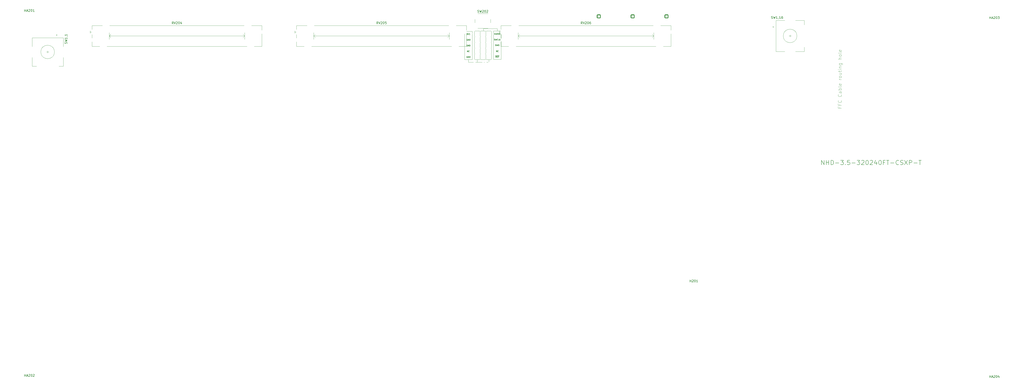
<source format=gto>
G04 #@! TF.GenerationSoftware,KiCad,Pcbnew,(6.0.0-rc1-458-g78ff9a857a)*
G04 #@! TF.CreationDate,2023-01-11T22:18:48+01:00*
G04 #@! TF.ProjectId,berlin,6265726c-696e-42e6-9b69-6361645f7063,0.7*
G04 #@! TF.SameCoordinates,Original*
G04 #@! TF.FileFunction,Legend,Top*
G04 #@! TF.FilePolarity,Positive*
%FSLAX46Y46*%
G04 Gerber Fmt 4.6, Leading zero omitted, Abs format (unit mm)*
G04 Created by KiCad (PCBNEW (6.0.0-rc1-458-g78ff9a857a)) date 2023-01-11 22:18:48*
%MOMM*%
%LPD*%
G01*
G04 APERTURE LIST*
G04 Aperture macros list*
%AMRoundRect*
0 Rectangle with rounded corners*
0 $1 Rounding radius*
0 $2 $3 $4 $5 $6 $7 $8 $9 X,Y pos of 4 corners*
0 Add a 4 corners polygon primitive as box body*
4,1,4,$2,$3,$4,$5,$6,$7,$8,$9,$2,$3,0*
0 Add four circle primitives for the rounded corners*
1,1,$1+$1,$2,$3*
1,1,$1+$1,$4,$5*
1,1,$1+$1,$6,$7*
1,1,$1+$1,$8,$9*
0 Add four rect primitives between the rounded corners*
20,1,$1+$1,$2,$3,$4,$5,0*
20,1,$1+$1,$4,$5,$6,$7,0*
20,1,$1+$1,$6,$7,$8,$9,0*
20,1,$1+$1,$8,$9,$2,$3,0*%
G04 Aperture macros list end*
%ADD10C,0.150000*%
%ADD11C,0.100000*%
%ADD12C,0.120000*%
%ADD13C,4.250000*%
%ADD14C,1.778000*%
%ADD15RoundRect,0.177800X-0.711200X-0.711200X0.711200X-0.711200X0.711200X0.711200X-0.711200X0.711200X0*%
%ADD16C,1.800000*%
%ADD17R,2.000000X2.000000*%
%ADD18C,2.000000*%
%ADD19R,4.000000X3.000000*%
%ADD20R,3.000000X4.000000*%
%ADD21C,1.596000*%
%ADD22R,1.750000X1.750000*%
%ADD23C,1.750000*%
%ADD24C,2.700000*%
%ADD25C,0.800000*%
%ADD26C,7.000000*%
%ADD27C,3.600000*%
%ADD28C,1.701800*%
%ADD29C,3.987800*%
%ADD30C,3.048000*%
%ADD31C,0.650000*%
%ADD32O,1.100000X2.200000*%
%ADD33O,1.300000X1.900000*%
%ADD34R,1.524000X1.524000*%
%ADD35O,1.524000X1.524000*%
%ADD36C,1.600000*%
%ADD37O,1.600000X1.600000*%
%ADD38C,1.000000*%
%ADD39C,1.200000*%
G04 APERTURE END LIST*
D10*
X386322619Y-103479761D02*
X386322619Y-101479761D01*
X387465476Y-103479761D01*
X387465476Y-101479761D01*
X388417857Y-103479761D02*
X388417857Y-101479761D01*
X388417857Y-102432142D02*
X389560714Y-102432142D01*
X389560714Y-103479761D02*
X389560714Y-101479761D01*
X390513095Y-103479761D02*
X390513095Y-101479761D01*
X390989285Y-101479761D01*
X391275000Y-101575000D01*
X391465476Y-101765476D01*
X391560714Y-101955952D01*
X391655952Y-102336904D01*
X391655952Y-102622619D01*
X391560714Y-103003571D01*
X391465476Y-103194047D01*
X391275000Y-103384523D01*
X390989285Y-103479761D01*
X390513095Y-103479761D01*
X392513095Y-102717857D02*
X394036904Y-102717857D01*
X394798809Y-101479761D02*
X396036904Y-101479761D01*
X395370238Y-102241666D01*
X395655952Y-102241666D01*
X395846428Y-102336904D01*
X395941666Y-102432142D01*
X396036904Y-102622619D01*
X396036904Y-103098809D01*
X395941666Y-103289285D01*
X395846428Y-103384523D01*
X395655952Y-103479761D01*
X395084523Y-103479761D01*
X394894047Y-103384523D01*
X394798809Y-103289285D01*
X396894047Y-103289285D02*
X396989285Y-103384523D01*
X396894047Y-103479761D01*
X396798809Y-103384523D01*
X396894047Y-103289285D01*
X396894047Y-103479761D01*
X398798809Y-101479761D02*
X397846428Y-101479761D01*
X397751190Y-102432142D01*
X397846428Y-102336904D01*
X398036904Y-102241666D01*
X398513095Y-102241666D01*
X398703571Y-102336904D01*
X398798809Y-102432142D01*
X398894047Y-102622619D01*
X398894047Y-103098809D01*
X398798809Y-103289285D01*
X398703571Y-103384523D01*
X398513095Y-103479761D01*
X398036904Y-103479761D01*
X397846428Y-103384523D01*
X397751190Y-103289285D01*
X399751190Y-102717857D02*
X401275000Y-102717857D01*
X402036904Y-101479761D02*
X403275000Y-101479761D01*
X402608333Y-102241666D01*
X402894047Y-102241666D01*
X403084523Y-102336904D01*
X403179761Y-102432142D01*
X403275000Y-102622619D01*
X403275000Y-103098809D01*
X403179761Y-103289285D01*
X403084523Y-103384523D01*
X402894047Y-103479761D01*
X402322619Y-103479761D01*
X402132142Y-103384523D01*
X402036904Y-103289285D01*
X404036904Y-101670238D02*
X404132142Y-101575000D01*
X404322619Y-101479761D01*
X404798809Y-101479761D01*
X404989285Y-101575000D01*
X405084523Y-101670238D01*
X405179761Y-101860714D01*
X405179761Y-102051190D01*
X405084523Y-102336904D01*
X403941666Y-103479761D01*
X405179761Y-103479761D01*
X406417857Y-101479761D02*
X406608333Y-101479761D01*
X406798809Y-101575000D01*
X406894047Y-101670238D01*
X406989285Y-101860714D01*
X407084523Y-102241666D01*
X407084523Y-102717857D01*
X406989285Y-103098809D01*
X406894047Y-103289285D01*
X406798809Y-103384523D01*
X406608333Y-103479761D01*
X406417857Y-103479761D01*
X406227380Y-103384523D01*
X406132142Y-103289285D01*
X406036904Y-103098809D01*
X405941666Y-102717857D01*
X405941666Y-102241666D01*
X406036904Y-101860714D01*
X406132142Y-101670238D01*
X406227380Y-101575000D01*
X406417857Y-101479761D01*
X407846428Y-101670238D02*
X407941666Y-101575000D01*
X408132142Y-101479761D01*
X408608333Y-101479761D01*
X408798809Y-101575000D01*
X408894047Y-101670238D01*
X408989285Y-101860714D01*
X408989285Y-102051190D01*
X408894047Y-102336904D01*
X407751190Y-103479761D01*
X408989285Y-103479761D01*
X410703571Y-102146428D02*
X410703571Y-103479761D01*
X410227380Y-101384523D02*
X409751190Y-102813095D01*
X410989285Y-102813095D01*
X412132142Y-101479761D02*
X412322619Y-101479761D01*
X412513095Y-101575000D01*
X412608333Y-101670238D01*
X412703571Y-101860714D01*
X412798809Y-102241666D01*
X412798809Y-102717857D01*
X412703571Y-103098809D01*
X412608333Y-103289285D01*
X412513095Y-103384523D01*
X412322619Y-103479761D01*
X412132142Y-103479761D01*
X411941666Y-103384523D01*
X411846428Y-103289285D01*
X411751190Y-103098809D01*
X411655952Y-102717857D01*
X411655952Y-102241666D01*
X411751190Y-101860714D01*
X411846428Y-101670238D01*
X411941666Y-101575000D01*
X412132142Y-101479761D01*
X414322619Y-102432142D02*
X413655952Y-102432142D01*
X413655952Y-103479761D02*
X413655952Y-101479761D01*
X414608333Y-101479761D01*
X415084523Y-101479761D02*
X416227380Y-101479761D01*
X415655952Y-103479761D02*
X415655952Y-101479761D01*
X416894047Y-102717857D02*
X418417857Y-102717857D01*
X420513095Y-103289285D02*
X420417857Y-103384523D01*
X420132142Y-103479761D01*
X419941666Y-103479761D01*
X419655952Y-103384523D01*
X419465476Y-103194047D01*
X419370238Y-103003571D01*
X419275000Y-102622619D01*
X419275000Y-102336904D01*
X419370238Y-101955952D01*
X419465476Y-101765476D01*
X419655952Y-101575000D01*
X419941666Y-101479761D01*
X420132142Y-101479761D01*
X420417857Y-101575000D01*
X420513095Y-101670238D01*
X421275000Y-103384523D02*
X421560714Y-103479761D01*
X422036904Y-103479761D01*
X422227380Y-103384523D01*
X422322619Y-103289285D01*
X422417857Y-103098809D01*
X422417857Y-102908333D01*
X422322619Y-102717857D01*
X422227380Y-102622619D01*
X422036904Y-102527380D01*
X421655952Y-102432142D01*
X421465476Y-102336904D01*
X421370238Y-102241666D01*
X421275000Y-102051190D01*
X421275000Y-101860714D01*
X421370238Y-101670238D01*
X421465476Y-101575000D01*
X421655952Y-101479761D01*
X422132142Y-101479761D01*
X422417857Y-101575000D01*
X423084523Y-101479761D02*
X424417857Y-103479761D01*
X424417857Y-101479761D02*
X423084523Y-103479761D01*
X425179761Y-103479761D02*
X425179761Y-101479761D01*
X425941666Y-101479761D01*
X426132142Y-101575000D01*
X426227380Y-101670238D01*
X426322619Y-101860714D01*
X426322619Y-102146428D01*
X426227380Y-102336904D01*
X426132142Y-102432142D01*
X425941666Y-102527380D01*
X425179761Y-102527380D01*
X427179761Y-102717857D02*
X428703571Y-102717857D01*
X429370238Y-101479761D02*
X430513095Y-101479761D01*
X429941666Y-103479761D02*
X429941666Y-101479761D01*
D11*
X394367857Y-77867857D02*
X394367857Y-78367857D01*
X395153571Y-78367857D02*
X393653571Y-78367857D01*
X393653571Y-77653571D01*
X394367857Y-76582142D02*
X394367857Y-77082142D01*
X395153571Y-77082142D02*
X393653571Y-77082142D01*
X393653571Y-76367857D01*
X395010714Y-74939285D02*
X395082142Y-75010714D01*
X395153571Y-75225000D01*
X395153571Y-75367857D01*
X395082142Y-75582142D01*
X394939285Y-75725000D01*
X394796428Y-75796428D01*
X394510714Y-75867857D01*
X394296428Y-75867857D01*
X394010714Y-75796428D01*
X393867857Y-75725000D01*
X393725000Y-75582142D01*
X393653571Y-75367857D01*
X393653571Y-75225000D01*
X393725000Y-75010714D01*
X393796428Y-74939285D01*
X395010714Y-72296428D02*
X395082142Y-72367857D01*
X395153571Y-72582142D01*
X395153571Y-72725000D01*
X395082142Y-72939285D01*
X394939285Y-73082142D01*
X394796428Y-73153571D01*
X394510714Y-73225000D01*
X394296428Y-73225000D01*
X394010714Y-73153571D01*
X393867857Y-73082142D01*
X393725000Y-72939285D01*
X393653571Y-72725000D01*
X393653571Y-72582142D01*
X393725000Y-72367857D01*
X393796428Y-72296428D01*
X395153571Y-71010714D02*
X394367857Y-71010714D01*
X394225000Y-71082142D01*
X394153571Y-71225000D01*
X394153571Y-71510714D01*
X394225000Y-71653571D01*
X395082142Y-71010714D02*
X395153571Y-71153571D01*
X395153571Y-71510714D01*
X395082142Y-71653571D01*
X394939285Y-71725000D01*
X394796428Y-71725000D01*
X394653571Y-71653571D01*
X394582142Y-71510714D01*
X394582142Y-71153571D01*
X394510714Y-71010714D01*
X395153571Y-70296428D02*
X393653571Y-70296428D01*
X394225000Y-70296428D02*
X394153571Y-70153571D01*
X394153571Y-69867857D01*
X394225000Y-69725000D01*
X394296428Y-69653571D01*
X394439285Y-69582142D01*
X394867857Y-69582142D01*
X395010714Y-69653571D01*
X395082142Y-69725000D01*
X395153571Y-69867857D01*
X395153571Y-70153571D01*
X395082142Y-70296428D01*
X395153571Y-68725000D02*
X395082142Y-68867857D01*
X394939285Y-68939285D01*
X393653571Y-68939285D01*
X395082142Y-67582142D02*
X395153571Y-67725000D01*
X395153571Y-68010714D01*
X395082142Y-68153571D01*
X394939285Y-68225000D01*
X394367857Y-68225000D01*
X394225000Y-68153571D01*
X394153571Y-68010714D01*
X394153571Y-67725000D01*
X394225000Y-67582142D01*
X394367857Y-67510714D01*
X394510714Y-67510714D01*
X394653571Y-68225000D01*
X395153571Y-65725000D02*
X394153571Y-65725000D01*
X394439285Y-65725000D02*
X394296428Y-65653571D01*
X394225000Y-65582142D01*
X394153571Y-65439285D01*
X394153571Y-65296428D01*
X395153571Y-64582142D02*
X395082142Y-64725000D01*
X395010714Y-64796428D01*
X394867857Y-64867857D01*
X394439285Y-64867857D01*
X394296428Y-64796428D01*
X394225000Y-64725000D01*
X394153571Y-64582142D01*
X394153571Y-64367857D01*
X394225000Y-64225000D01*
X394296428Y-64153571D01*
X394439285Y-64082142D01*
X394867857Y-64082142D01*
X395010714Y-64153571D01*
X395082142Y-64225000D01*
X395153571Y-64367857D01*
X395153571Y-64582142D01*
X394153571Y-62796428D02*
X395153571Y-62796428D01*
X394153571Y-63439285D02*
X394939285Y-63439285D01*
X395082142Y-63367857D01*
X395153571Y-63225000D01*
X395153571Y-63010714D01*
X395082142Y-62867857D01*
X395010714Y-62796428D01*
X394153571Y-62296428D02*
X394153571Y-61725000D01*
X393653571Y-62082142D02*
X394939285Y-62082142D01*
X395082142Y-62010714D01*
X395153571Y-61867857D01*
X395153571Y-61725000D01*
X395153571Y-61225000D02*
X394153571Y-61225000D01*
X393653571Y-61225000D02*
X393725000Y-61296428D01*
X393796428Y-61225000D01*
X393725000Y-61153571D01*
X393653571Y-61225000D01*
X393796428Y-61225000D01*
X394153571Y-60510714D02*
X395153571Y-60510714D01*
X394296428Y-60510714D02*
X394225000Y-60439285D01*
X394153571Y-60296428D01*
X394153571Y-60082142D01*
X394225000Y-59939285D01*
X394367857Y-59867857D01*
X395153571Y-59867857D01*
X394153571Y-58510714D02*
X395367857Y-58510714D01*
X395510714Y-58582142D01*
X395582142Y-58653571D01*
X395653571Y-58796428D01*
X395653571Y-59010714D01*
X395582142Y-59153571D01*
X395082142Y-58510714D02*
X395153571Y-58653571D01*
X395153571Y-58939285D01*
X395082142Y-59082142D01*
X395010714Y-59153571D01*
X394867857Y-59225000D01*
X394439285Y-59225000D01*
X394296428Y-59153571D01*
X394225000Y-59082142D01*
X394153571Y-58939285D01*
X394153571Y-58653571D01*
X394225000Y-58510714D01*
X395153571Y-56653571D02*
X393653571Y-56653571D01*
X395153571Y-56010714D02*
X394367857Y-56010714D01*
X394225000Y-56082142D01*
X394153571Y-56225000D01*
X394153571Y-56439285D01*
X394225000Y-56582142D01*
X394296428Y-56653571D01*
X395153571Y-55082142D02*
X395082142Y-55225000D01*
X395010714Y-55296428D01*
X394867857Y-55367857D01*
X394439285Y-55367857D01*
X394296428Y-55296428D01*
X394225000Y-55225000D01*
X394153571Y-55082142D01*
X394153571Y-54867857D01*
X394225000Y-54725000D01*
X394296428Y-54653571D01*
X394439285Y-54582142D01*
X394867857Y-54582142D01*
X395010714Y-54653571D01*
X395082142Y-54725000D01*
X395153571Y-54867857D01*
X395153571Y-55082142D01*
X395153571Y-53725000D02*
X395082142Y-53867857D01*
X394939285Y-53939285D01*
X393653571Y-53939285D01*
X395082142Y-52582142D02*
X395153571Y-52725000D01*
X395153571Y-53010714D01*
X395082142Y-53153571D01*
X394939285Y-53225000D01*
X394367857Y-53225000D01*
X394225000Y-53153571D01*
X394153571Y-53010714D01*
X394153571Y-52725000D01*
X394225000Y-52582142D01*
X394367857Y-52510714D01*
X394510714Y-52510714D01*
X394653571Y-53225000D01*
D10*
X364148190Y-38579761D02*
X364291047Y-38627380D01*
X364529142Y-38627380D01*
X364624380Y-38579761D01*
X364672000Y-38532142D01*
X364719619Y-38436904D01*
X364719619Y-38341666D01*
X364672000Y-38246428D01*
X364624380Y-38198809D01*
X364529142Y-38151190D01*
X364338666Y-38103571D01*
X364243428Y-38055952D01*
X364195809Y-38008333D01*
X364148190Y-37913095D01*
X364148190Y-37817857D01*
X364195809Y-37722619D01*
X364243428Y-37675000D01*
X364338666Y-37627380D01*
X364576761Y-37627380D01*
X364719619Y-37675000D01*
X365052952Y-37627380D02*
X365291047Y-38627380D01*
X365481523Y-37913095D01*
X365672000Y-38627380D01*
X365910095Y-37627380D01*
X366814857Y-38627380D02*
X366243428Y-38627380D01*
X366529142Y-38627380D02*
X366529142Y-37627380D01*
X366433904Y-37770238D01*
X366338666Y-37865476D01*
X366243428Y-37913095D01*
X367291047Y-38579761D02*
X367291047Y-38627380D01*
X367243428Y-38722619D01*
X367195809Y-38770238D01*
X368243428Y-38627380D02*
X367672000Y-38627380D01*
X367957714Y-38627380D02*
X367957714Y-37627380D01*
X367862476Y-37770238D01*
X367767238Y-37865476D01*
X367672000Y-37913095D01*
X369100571Y-37627380D02*
X368910095Y-37627380D01*
X368814857Y-37675000D01*
X368767238Y-37722619D01*
X368672000Y-37865476D01*
X368624380Y-38055952D01*
X368624380Y-38436904D01*
X368672000Y-38532142D01*
X368719619Y-38579761D01*
X368814857Y-38627380D01*
X369005333Y-38627380D01*
X369100571Y-38579761D01*
X369148190Y-38532142D01*
X369195809Y-38436904D01*
X369195809Y-38198809D01*
X369148190Y-38103571D01*
X369100571Y-38055952D01*
X369005333Y-38008333D01*
X368814857Y-38008333D01*
X368719619Y-38055952D01*
X368672000Y-38103571D01*
X368624380Y-38198809D01*
X52304761Y-49730619D02*
X52352380Y-49587761D01*
X52352380Y-49349666D01*
X52304761Y-49254428D01*
X52257142Y-49206809D01*
X52161904Y-49159190D01*
X52066666Y-49159190D01*
X51971428Y-49206809D01*
X51923809Y-49254428D01*
X51876190Y-49349666D01*
X51828571Y-49540142D01*
X51780952Y-49635380D01*
X51733333Y-49683000D01*
X51638095Y-49730619D01*
X51542857Y-49730619D01*
X51447619Y-49683000D01*
X51400000Y-49635380D01*
X51352380Y-49540142D01*
X51352380Y-49302047D01*
X51400000Y-49159190D01*
X51352380Y-48825857D02*
X52352380Y-48587761D01*
X51638095Y-48397285D01*
X52352380Y-48206809D01*
X51352380Y-47968714D01*
X52352380Y-47063952D02*
X52352380Y-47635380D01*
X52352380Y-47349666D02*
X51352380Y-47349666D01*
X51495238Y-47444904D01*
X51590476Y-47540142D01*
X51638095Y-47635380D01*
X52304761Y-46587761D02*
X52352380Y-46587761D01*
X52447619Y-46635380D01*
X52495238Y-46683000D01*
X52352380Y-45635380D02*
X52352380Y-46206809D01*
X52352380Y-45921095D02*
X51352380Y-45921095D01*
X51495238Y-46016333D01*
X51590476Y-46111571D01*
X51638095Y-46206809D01*
X33532142Y-35527380D02*
X33532142Y-34527380D01*
X33532142Y-35003571D02*
X34103571Y-35003571D01*
X34103571Y-35527380D02*
X34103571Y-34527380D01*
X34532142Y-35241666D02*
X35008333Y-35241666D01*
X34436904Y-35527380D02*
X34770238Y-34527380D01*
X35103571Y-35527380D01*
X35389285Y-34622619D02*
X35436904Y-34575000D01*
X35532142Y-34527380D01*
X35770238Y-34527380D01*
X35865476Y-34575000D01*
X35913095Y-34622619D01*
X35960714Y-34717857D01*
X35960714Y-34813095D01*
X35913095Y-34955952D01*
X35341666Y-35527380D01*
X35960714Y-35527380D01*
X36579761Y-34527380D02*
X36675000Y-34527380D01*
X36770238Y-34575000D01*
X36817857Y-34622619D01*
X36865476Y-34717857D01*
X36913095Y-34908333D01*
X36913095Y-35146428D01*
X36865476Y-35336904D01*
X36817857Y-35432142D01*
X36770238Y-35479761D01*
X36675000Y-35527380D01*
X36579761Y-35527380D01*
X36484523Y-35479761D01*
X36436904Y-35432142D01*
X36389285Y-35336904D01*
X36341666Y-35146428D01*
X36341666Y-34908333D01*
X36389285Y-34717857D01*
X36436904Y-34622619D01*
X36484523Y-34575000D01*
X36579761Y-34527380D01*
X37865476Y-35527380D02*
X37294047Y-35527380D01*
X37579761Y-35527380D02*
X37579761Y-34527380D01*
X37484523Y-34670238D01*
X37389285Y-34765476D01*
X37294047Y-34813095D01*
X99423630Y-41027380D02*
X99090297Y-40551190D01*
X98852202Y-41027380D02*
X98852202Y-40027380D01*
X99233154Y-40027380D01*
X99328392Y-40075000D01*
X99376011Y-40122619D01*
X99423630Y-40217857D01*
X99423630Y-40360714D01*
X99376011Y-40455952D01*
X99328392Y-40503571D01*
X99233154Y-40551190D01*
X98852202Y-40551190D01*
X99709345Y-40027380D02*
X100042678Y-41027380D01*
X100376011Y-40027380D01*
X100661726Y-40122619D02*
X100709345Y-40075000D01*
X100804583Y-40027380D01*
X101042678Y-40027380D01*
X101137916Y-40075000D01*
X101185535Y-40122619D01*
X101233154Y-40217857D01*
X101233154Y-40313095D01*
X101185535Y-40455952D01*
X100614107Y-41027380D01*
X101233154Y-41027380D01*
X101852202Y-40027380D02*
X101947440Y-40027380D01*
X102042678Y-40075000D01*
X102090297Y-40122619D01*
X102137916Y-40217857D01*
X102185535Y-40408333D01*
X102185535Y-40646428D01*
X102137916Y-40836904D01*
X102090297Y-40932142D01*
X102042678Y-40979761D01*
X101947440Y-41027380D01*
X101852202Y-41027380D01*
X101756964Y-40979761D01*
X101709345Y-40932142D01*
X101661726Y-40836904D01*
X101614107Y-40646428D01*
X101614107Y-40408333D01*
X101661726Y-40217857D01*
X101709345Y-40122619D01*
X101756964Y-40075000D01*
X101852202Y-40027380D01*
X103042678Y-40360714D02*
X103042678Y-41027380D01*
X102804583Y-39979761D02*
X102566488Y-40694047D01*
X103185535Y-40694047D01*
X328060714Y-155527380D02*
X328060714Y-154527380D01*
X328060714Y-155003571D02*
X328632142Y-155003571D01*
X328632142Y-155527380D02*
X328632142Y-154527380D01*
X329060714Y-154622619D02*
X329108333Y-154575000D01*
X329203571Y-154527380D01*
X329441666Y-154527380D01*
X329536904Y-154575000D01*
X329584523Y-154622619D01*
X329632142Y-154717857D01*
X329632142Y-154813095D01*
X329584523Y-154955952D01*
X329013095Y-155527380D01*
X329632142Y-155527380D01*
X330251190Y-154527380D02*
X330346428Y-154527380D01*
X330441666Y-154575000D01*
X330489285Y-154622619D01*
X330536904Y-154717857D01*
X330584523Y-154908333D01*
X330584523Y-155146428D01*
X330536904Y-155336904D01*
X330489285Y-155432142D01*
X330441666Y-155479761D01*
X330346428Y-155527380D01*
X330251190Y-155527380D01*
X330155952Y-155479761D01*
X330108333Y-155432142D01*
X330060714Y-155336904D01*
X330013095Y-155146428D01*
X330013095Y-154908333D01*
X330060714Y-154717857D01*
X330108333Y-154622619D01*
X330155952Y-154575000D01*
X330251190Y-154527380D01*
X331536904Y-155527380D02*
X330965476Y-155527380D01*
X331251190Y-155527380D02*
X331251190Y-154527380D01*
X331155952Y-154670238D01*
X331060714Y-154765476D01*
X330965476Y-154813095D01*
X460732142Y-197927380D02*
X460732142Y-196927380D01*
X460732142Y-197403571D02*
X461303571Y-197403571D01*
X461303571Y-197927380D02*
X461303571Y-196927380D01*
X461732142Y-197641666D02*
X462208333Y-197641666D01*
X461636904Y-197927380D02*
X461970238Y-196927380D01*
X462303571Y-197927380D01*
X462589285Y-197022619D02*
X462636904Y-196975000D01*
X462732142Y-196927380D01*
X462970238Y-196927380D01*
X463065476Y-196975000D01*
X463113095Y-197022619D01*
X463160714Y-197117857D01*
X463160714Y-197213095D01*
X463113095Y-197355952D01*
X462541666Y-197927380D01*
X463160714Y-197927380D01*
X463779761Y-196927380D02*
X463875000Y-196927380D01*
X463970238Y-196975000D01*
X464017857Y-197022619D01*
X464065476Y-197117857D01*
X464113095Y-197308333D01*
X464113095Y-197546428D01*
X464065476Y-197736904D01*
X464017857Y-197832142D01*
X463970238Y-197879761D01*
X463875000Y-197927380D01*
X463779761Y-197927380D01*
X463684523Y-197879761D01*
X463636904Y-197832142D01*
X463589285Y-197736904D01*
X463541666Y-197546428D01*
X463541666Y-197308333D01*
X463589285Y-197117857D01*
X463636904Y-197022619D01*
X463684523Y-196975000D01*
X463779761Y-196927380D01*
X464970238Y-197260714D02*
X464970238Y-197927380D01*
X464732142Y-196879761D02*
X464494047Y-197594047D01*
X465113095Y-197594047D01*
X234089285Y-35829761D02*
X234232142Y-35877380D01*
X234470238Y-35877380D01*
X234565476Y-35829761D01*
X234613095Y-35782142D01*
X234660714Y-35686904D01*
X234660714Y-35591666D01*
X234613095Y-35496428D01*
X234565476Y-35448809D01*
X234470238Y-35401190D01*
X234279761Y-35353571D01*
X234184523Y-35305952D01*
X234136904Y-35258333D01*
X234089285Y-35163095D01*
X234089285Y-35067857D01*
X234136904Y-34972619D01*
X234184523Y-34925000D01*
X234279761Y-34877380D01*
X234517857Y-34877380D01*
X234660714Y-34925000D01*
X234994047Y-34877380D02*
X235232142Y-35877380D01*
X235422619Y-35163095D01*
X235613095Y-35877380D01*
X235851190Y-34877380D01*
X236184523Y-34972619D02*
X236232142Y-34925000D01*
X236327380Y-34877380D01*
X236565476Y-34877380D01*
X236660714Y-34925000D01*
X236708333Y-34972619D01*
X236755952Y-35067857D01*
X236755952Y-35163095D01*
X236708333Y-35305952D01*
X236136904Y-35877380D01*
X236755952Y-35877380D01*
X237375000Y-34877380D02*
X237470238Y-34877380D01*
X237565476Y-34925000D01*
X237613095Y-34972619D01*
X237660714Y-35067857D01*
X237708333Y-35258333D01*
X237708333Y-35496428D01*
X237660714Y-35686904D01*
X237613095Y-35782142D01*
X237565476Y-35829761D01*
X237470238Y-35877380D01*
X237375000Y-35877380D01*
X237279761Y-35829761D01*
X237232142Y-35782142D01*
X237184523Y-35686904D01*
X237136904Y-35496428D01*
X237136904Y-35258333D01*
X237184523Y-35067857D01*
X237232142Y-34972619D01*
X237279761Y-34925000D01*
X237375000Y-34877380D01*
X238089285Y-34972619D02*
X238136904Y-34925000D01*
X238232142Y-34877380D01*
X238470238Y-34877380D01*
X238565476Y-34925000D01*
X238613095Y-34972619D01*
X238660714Y-35067857D01*
X238660714Y-35163095D01*
X238613095Y-35305952D01*
X238041666Y-35877380D01*
X238660714Y-35877380D01*
X33532142Y-197427380D02*
X33532142Y-196427380D01*
X33532142Y-196903571D02*
X34103571Y-196903571D01*
X34103571Y-197427380D02*
X34103571Y-196427380D01*
X34532142Y-197141666D02*
X35008333Y-197141666D01*
X34436904Y-197427380D02*
X34770238Y-196427380D01*
X35103571Y-197427380D01*
X35389285Y-196522619D02*
X35436904Y-196475000D01*
X35532142Y-196427380D01*
X35770238Y-196427380D01*
X35865476Y-196475000D01*
X35913095Y-196522619D01*
X35960714Y-196617857D01*
X35960714Y-196713095D01*
X35913095Y-196855952D01*
X35341666Y-197427380D01*
X35960714Y-197427380D01*
X36579761Y-196427380D02*
X36675000Y-196427380D01*
X36770238Y-196475000D01*
X36817857Y-196522619D01*
X36865476Y-196617857D01*
X36913095Y-196808333D01*
X36913095Y-197046428D01*
X36865476Y-197236904D01*
X36817857Y-197332142D01*
X36770238Y-197379761D01*
X36675000Y-197427380D01*
X36579761Y-197427380D01*
X36484523Y-197379761D01*
X36436904Y-197332142D01*
X36389285Y-197236904D01*
X36341666Y-197046428D01*
X36341666Y-196808333D01*
X36389285Y-196617857D01*
X36436904Y-196522619D01*
X36484523Y-196475000D01*
X36579761Y-196427380D01*
X37294047Y-196522619D02*
X37341666Y-196475000D01*
X37436904Y-196427380D01*
X37675000Y-196427380D01*
X37770238Y-196475000D01*
X37817857Y-196522619D01*
X37865476Y-196617857D01*
X37865476Y-196713095D01*
X37817857Y-196855952D01*
X37246428Y-197427380D01*
X37865476Y-197427380D01*
X280493880Y-41027380D02*
X280160547Y-40551190D01*
X279922452Y-41027380D02*
X279922452Y-40027380D01*
X280303404Y-40027380D01*
X280398642Y-40075000D01*
X280446261Y-40122619D01*
X280493880Y-40217857D01*
X280493880Y-40360714D01*
X280446261Y-40455952D01*
X280398642Y-40503571D01*
X280303404Y-40551190D01*
X279922452Y-40551190D01*
X280779595Y-40027380D02*
X281112928Y-41027380D01*
X281446261Y-40027380D01*
X281731976Y-40122619D02*
X281779595Y-40075000D01*
X281874833Y-40027380D01*
X282112928Y-40027380D01*
X282208166Y-40075000D01*
X282255785Y-40122619D01*
X282303404Y-40217857D01*
X282303404Y-40313095D01*
X282255785Y-40455952D01*
X281684357Y-41027380D01*
X282303404Y-41027380D01*
X282922452Y-40027380D02*
X283017690Y-40027380D01*
X283112928Y-40075000D01*
X283160547Y-40122619D01*
X283208166Y-40217857D01*
X283255785Y-40408333D01*
X283255785Y-40646428D01*
X283208166Y-40836904D01*
X283160547Y-40932142D01*
X283112928Y-40979761D01*
X283017690Y-41027380D01*
X282922452Y-41027380D01*
X282827214Y-40979761D01*
X282779595Y-40932142D01*
X282731976Y-40836904D01*
X282684357Y-40646428D01*
X282684357Y-40408333D01*
X282731976Y-40217857D01*
X282779595Y-40122619D01*
X282827214Y-40075000D01*
X282922452Y-40027380D01*
X284112928Y-40027380D02*
X283922452Y-40027380D01*
X283827214Y-40075000D01*
X283779595Y-40122619D01*
X283684357Y-40265476D01*
X283636738Y-40455952D01*
X283636738Y-40836904D01*
X283684357Y-40932142D01*
X283731976Y-40979761D01*
X283827214Y-41027380D01*
X284017690Y-41027380D01*
X284112928Y-40979761D01*
X284160547Y-40932142D01*
X284208166Y-40836904D01*
X284208166Y-40598809D01*
X284160547Y-40503571D01*
X284112928Y-40455952D01*
X284017690Y-40408333D01*
X283827214Y-40408333D01*
X283731976Y-40455952D01*
X283684357Y-40503571D01*
X283636738Y-40598809D01*
X190006380Y-41027380D02*
X189673047Y-40551190D01*
X189434952Y-41027380D02*
X189434952Y-40027380D01*
X189815904Y-40027380D01*
X189911142Y-40075000D01*
X189958761Y-40122619D01*
X190006380Y-40217857D01*
X190006380Y-40360714D01*
X189958761Y-40455952D01*
X189911142Y-40503571D01*
X189815904Y-40551190D01*
X189434952Y-40551190D01*
X190292095Y-40027380D02*
X190625428Y-41027380D01*
X190958761Y-40027380D01*
X191244476Y-40122619D02*
X191292095Y-40075000D01*
X191387333Y-40027380D01*
X191625428Y-40027380D01*
X191720666Y-40075000D01*
X191768285Y-40122619D01*
X191815904Y-40217857D01*
X191815904Y-40313095D01*
X191768285Y-40455952D01*
X191196857Y-41027380D01*
X191815904Y-41027380D01*
X192434952Y-40027380D02*
X192530190Y-40027380D01*
X192625428Y-40075000D01*
X192673047Y-40122619D01*
X192720666Y-40217857D01*
X192768285Y-40408333D01*
X192768285Y-40646428D01*
X192720666Y-40836904D01*
X192673047Y-40932142D01*
X192625428Y-40979761D01*
X192530190Y-41027380D01*
X192434952Y-41027380D01*
X192339714Y-40979761D01*
X192292095Y-40932142D01*
X192244476Y-40836904D01*
X192196857Y-40646428D01*
X192196857Y-40408333D01*
X192244476Y-40217857D01*
X192292095Y-40122619D01*
X192339714Y-40075000D01*
X192434952Y-40027380D01*
X193673047Y-40027380D02*
X193196857Y-40027380D01*
X193149238Y-40503571D01*
X193196857Y-40455952D01*
X193292095Y-40408333D01*
X193530190Y-40408333D01*
X193625428Y-40455952D01*
X193673047Y-40503571D01*
X193720666Y-40598809D01*
X193720666Y-40836904D01*
X193673047Y-40932142D01*
X193625428Y-40979761D01*
X193530190Y-41027380D01*
X193292095Y-41027380D01*
X193196857Y-40979761D01*
X193149238Y-40932142D01*
X460732142Y-38727380D02*
X460732142Y-37727380D01*
X460732142Y-38203571D02*
X461303571Y-38203571D01*
X461303571Y-38727380D02*
X461303571Y-37727380D01*
X461732142Y-38441666D02*
X462208333Y-38441666D01*
X461636904Y-38727380D02*
X461970238Y-37727380D01*
X462303571Y-38727380D01*
X462589285Y-37822619D02*
X462636904Y-37775000D01*
X462732142Y-37727380D01*
X462970238Y-37727380D01*
X463065476Y-37775000D01*
X463113095Y-37822619D01*
X463160714Y-37917857D01*
X463160714Y-38013095D01*
X463113095Y-38155952D01*
X462541666Y-38727380D01*
X463160714Y-38727380D01*
X463779761Y-37727380D02*
X463875000Y-37727380D01*
X463970238Y-37775000D01*
X464017857Y-37822619D01*
X464065476Y-37917857D01*
X464113095Y-38108333D01*
X464113095Y-38346428D01*
X464065476Y-38536904D01*
X464017857Y-38632142D01*
X463970238Y-38679761D01*
X463875000Y-38727380D01*
X463779761Y-38727380D01*
X463684523Y-38679761D01*
X463636904Y-38632142D01*
X463589285Y-38536904D01*
X463541666Y-38346428D01*
X463541666Y-38108333D01*
X463589285Y-37917857D01*
X463636904Y-37822619D01*
X463684523Y-37775000D01*
X463779761Y-37727380D01*
X464446428Y-37727380D02*
X465065476Y-37727380D01*
X464732142Y-38108333D01*
X464875000Y-38108333D01*
X464970238Y-38155952D01*
X465017857Y-38203571D01*
X465065476Y-38298809D01*
X465065476Y-38536904D01*
X465017857Y-38632142D01*
X464970238Y-38679761D01*
X464875000Y-38727380D01*
X464589285Y-38727380D01*
X464494047Y-38679761D01*
X464446428Y-38632142D01*
X229581071Y-47785600D02*
X229523928Y-47757028D01*
X229438214Y-47757028D01*
X229352500Y-47785600D01*
X229295357Y-47842742D01*
X229266785Y-47899885D01*
X229238214Y-48014171D01*
X229238214Y-48099885D01*
X229266785Y-48214171D01*
X229295357Y-48271314D01*
X229352500Y-48328457D01*
X229438214Y-48357028D01*
X229495357Y-48357028D01*
X229581071Y-48328457D01*
X229609642Y-48299885D01*
X229609642Y-48099885D01*
X229495357Y-48099885D01*
X229866785Y-48357028D02*
X229866785Y-47757028D01*
X230209642Y-48357028D01*
X230209642Y-47757028D01*
X230495357Y-48357028D02*
X230495357Y-47757028D01*
X230638214Y-47757028D01*
X230723928Y-47785600D01*
X230781071Y-47842742D01*
X230809642Y-47899885D01*
X230838214Y-48014171D01*
X230838214Y-48099885D01*
X230809642Y-48214171D01*
X230781071Y-48271314D01*
X230723928Y-48328457D01*
X230638214Y-48357028D01*
X230495357Y-48357028D01*
X241561785Y-45703457D02*
X241647500Y-45732028D01*
X241790357Y-45732028D01*
X241847500Y-45703457D01*
X241876071Y-45674885D01*
X241904642Y-45617742D01*
X241904642Y-45560600D01*
X241876071Y-45503457D01*
X241847500Y-45474885D01*
X241790357Y-45446314D01*
X241676071Y-45417742D01*
X241618928Y-45389171D01*
X241590357Y-45360600D01*
X241561785Y-45303457D01*
X241561785Y-45246314D01*
X241590357Y-45189171D01*
X241618928Y-45160600D01*
X241676071Y-45132028D01*
X241818928Y-45132028D01*
X241904642Y-45160600D01*
X242104642Y-45132028D02*
X242247500Y-45732028D01*
X242361785Y-45303457D01*
X242476071Y-45732028D01*
X242618928Y-45132028D01*
X242847500Y-45732028D02*
X242847500Y-45132028D01*
X242990357Y-45132028D01*
X243076071Y-45160600D01*
X243133214Y-45217742D01*
X243161785Y-45274885D01*
X243190357Y-45389171D01*
X243190357Y-45474885D01*
X243161785Y-45589171D01*
X243133214Y-45646314D01*
X243076071Y-45703457D01*
X242990357Y-45732028D01*
X242847500Y-45732028D01*
X243447500Y-45732028D02*
X243447500Y-45132028D01*
X243847500Y-45132028D02*
X243961785Y-45132028D01*
X244018928Y-45160600D01*
X244076071Y-45217742D01*
X244104642Y-45332028D01*
X244104642Y-45532028D01*
X244076071Y-45646314D01*
X244018928Y-45703457D01*
X243961785Y-45732028D01*
X243847500Y-45732028D01*
X243790357Y-45703457D01*
X243733214Y-45646314D01*
X243704642Y-45532028D01*
X243704642Y-45332028D01*
X243733214Y-45217742D01*
X243790357Y-45160600D01*
X243847500Y-45132028D01*
X229260071Y-45217028D02*
X229631500Y-45217028D01*
X229431500Y-45445600D01*
X229517214Y-45445600D01*
X229574357Y-45474171D01*
X229602928Y-45502742D01*
X229631500Y-45559885D01*
X229631500Y-45702742D01*
X229602928Y-45759885D01*
X229574357Y-45788457D01*
X229517214Y-45817028D01*
X229345785Y-45817028D01*
X229288642Y-45788457D01*
X229260071Y-45759885D01*
X229802928Y-45217028D02*
X230002928Y-45817028D01*
X230202928Y-45217028D01*
X230345785Y-45217028D02*
X230717214Y-45217028D01*
X230517214Y-45445600D01*
X230602928Y-45445600D01*
X230660071Y-45474171D01*
X230688642Y-45502742D01*
X230717214Y-45559885D01*
X230717214Y-45702742D01*
X230688642Y-45759885D01*
X230660071Y-45788457D01*
X230602928Y-45817028D01*
X230431500Y-45817028D01*
X230374357Y-45788457D01*
X230345785Y-45759885D01*
X229495785Y-53437028D02*
X229495785Y-52837028D01*
X229838642Y-53437028D01*
X229838642Y-52837028D01*
X230467214Y-53379885D02*
X230438642Y-53408457D01*
X230352928Y-53437028D01*
X230295785Y-53437028D01*
X230210071Y-53408457D01*
X230152928Y-53351314D01*
X230124357Y-53294171D01*
X230095785Y-53179885D01*
X230095785Y-53094171D01*
X230124357Y-52979885D01*
X230152928Y-52922742D01*
X230210071Y-52865600D01*
X230295785Y-52837028D01*
X230352928Y-52837028D01*
X230438642Y-52865600D01*
X230467214Y-52894171D01*
X241461785Y-48203457D02*
X241547500Y-48232028D01*
X241690357Y-48232028D01*
X241747500Y-48203457D01*
X241776071Y-48174885D01*
X241804642Y-48117742D01*
X241804642Y-48060600D01*
X241776071Y-48003457D01*
X241747500Y-47974885D01*
X241690357Y-47946314D01*
X241576071Y-47917742D01*
X241518928Y-47889171D01*
X241490357Y-47860600D01*
X241461785Y-47803457D01*
X241461785Y-47746314D01*
X241490357Y-47689171D01*
X241518928Y-47660600D01*
X241576071Y-47632028D01*
X241718928Y-47632028D01*
X241804642Y-47660600D01*
X242004642Y-47632028D02*
X242147500Y-48232028D01*
X242261785Y-47803457D01*
X242376071Y-48232028D01*
X242518928Y-47632028D01*
X243090357Y-48174885D02*
X243061785Y-48203457D01*
X242976071Y-48232028D01*
X242918928Y-48232028D01*
X242833214Y-48203457D01*
X242776071Y-48146314D01*
X242747500Y-48089171D01*
X242718928Y-47974885D01*
X242718928Y-47889171D01*
X242747500Y-47774885D01*
X242776071Y-47717742D01*
X242833214Y-47660600D01*
X242918928Y-47632028D01*
X242976071Y-47632028D01*
X243061785Y-47660600D01*
X243090357Y-47689171D01*
X243633214Y-48232028D02*
X243347500Y-48232028D01*
X243347500Y-47632028D01*
X243833214Y-48232028D02*
X243833214Y-47632028D01*
X244176071Y-48232028D02*
X243918928Y-47889171D01*
X244176071Y-47632028D02*
X243833214Y-47974885D01*
X229560071Y-50335000D02*
X229502928Y-50306428D01*
X229417214Y-50306428D01*
X229331500Y-50335000D01*
X229274357Y-50392142D01*
X229245785Y-50449285D01*
X229217214Y-50563571D01*
X229217214Y-50649285D01*
X229245785Y-50763571D01*
X229274357Y-50820714D01*
X229331500Y-50877857D01*
X229417214Y-50906428D01*
X229474357Y-50906428D01*
X229560071Y-50877857D01*
X229588642Y-50849285D01*
X229588642Y-50649285D01*
X229474357Y-50649285D01*
X229845785Y-50906428D02*
X229845785Y-50306428D01*
X230188642Y-50906428D01*
X230188642Y-50306428D01*
X230474357Y-50906428D02*
X230474357Y-50306428D01*
X230617214Y-50306428D01*
X230702928Y-50335000D01*
X230760071Y-50392142D01*
X230788642Y-50449285D01*
X230817214Y-50563571D01*
X230817214Y-50649285D01*
X230788642Y-50763571D01*
X230760071Y-50820714D01*
X230702928Y-50877857D01*
X230617214Y-50906428D01*
X230474357Y-50906428D01*
X241961785Y-50703457D02*
X242047500Y-50732028D01*
X242190357Y-50732028D01*
X242247500Y-50703457D01*
X242276071Y-50674885D01*
X242304642Y-50617742D01*
X242304642Y-50560600D01*
X242276071Y-50503457D01*
X242247500Y-50474885D01*
X242190357Y-50446314D01*
X242076071Y-50417742D01*
X242018928Y-50389171D01*
X241990357Y-50360600D01*
X241961785Y-50303457D01*
X241961785Y-50246314D01*
X241990357Y-50189171D01*
X242018928Y-50160600D01*
X242076071Y-50132028D01*
X242218928Y-50132028D01*
X242304642Y-50160600D01*
X242504642Y-50132028D02*
X242647500Y-50732028D01*
X242761785Y-50303457D01*
X242876071Y-50732028D01*
X243018928Y-50132028D01*
X243361785Y-50132028D02*
X243476071Y-50132028D01*
X243533214Y-50160600D01*
X243590357Y-50217742D01*
X243618928Y-50332028D01*
X243618928Y-50532028D01*
X243590357Y-50646314D01*
X243533214Y-50703457D01*
X243476071Y-50732028D01*
X243361785Y-50732028D01*
X243304642Y-50703457D01*
X243247500Y-50646314D01*
X243218928Y-50532028D01*
X243218928Y-50332028D01*
X243247500Y-50217742D01*
X243304642Y-50160600D01*
X243361785Y-50132028D01*
X229581071Y-55405600D02*
X229523928Y-55377028D01*
X229438214Y-55377028D01*
X229352500Y-55405600D01*
X229295357Y-55462742D01*
X229266785Y-55519885D01*
X229238214Y-55634171D01*
X229238214Y-55719885D01*
X229266785Y-55834171D01*
X229295357Y-55891314D01*
X229352500Y-55948457D01*
X229438214Y-55977028D01*
X229495357Y-55977028D01*
X229581071Y-55948457D01*
X229609642Y-55919885D01*
X229609642Y-55719885D01*
X229495357Y-55719885D01*
X229866785Y-55977028D02*
X229866785Y-55377028D01*
X230209642Y-55977028D01*
X230209642Y-55377028D01*
X230495357Y-55977028D02*
X230495357Y-55377028D01*
X230638214Y-55377028D01*
X230723928Y-55405600D01*
X230781071Y-55462742D01*
X230809642Y-55519885D01*
X230838214Y-55634171D01*
X230838214Y-55719885D01*
X230809642Y-55834171D01*
X230781071Y-55891314D01*
X230723928Y-55948457D01*
X230638214Y-55977028D01*
X230495357Y-55977028D01*
X241972500Y-55137600D02*
X242572500Y-55137600D01*
X242458214Y-55907028D02*
X242258214Y-55621314D01*
X242115357Y-55907028D02*
X242115357Y-55307028D01*
X242343928Y-55307028D01*
X242401071Y-55335600D01*
X242429642Y-55364171D01*
X242458214Y-55421314D01*
X242458214Y-55507028D01*
X242429642Y-55564171D01*
X242401071Y-55592742D01*
X242343928Y-55621314D01*
X242115357Y-55621314D01*
X242572500Y-55137600D02*
X243143928Y-55137600D01*
X242686785Y-55878457D02*
X242772500Y-55907028D01*
X242915357Y-55907028D01*
X242972500Y-55878457D01*
X243001071Y-55849885D01*
X243029642Y-55792742D01*
X243029642Y-55735600D01*
X243001071Y-55678457D01*
X242972500Y-55649885D01*
X242915357Y-55621314D01*
X242801071Y-55592742D01*
X242743928Y-55564171D01*
X242715357Y-55535600D01*
X242686785Y-55478457D01*
X242686785Y-55421314D01*
X242715357Y-55364171D01*
X242743928Y-55335600D01*
X242801071Y-55307028D01*
X242943928Y-55307028D01*
X243029642Y-55335600D01*
X243143928Y-55137600D02*
X243601071Y-55137600D01*
X243201071Y-55307028D02*
X243543928Y-55307028D01*
X243372500Y-55907028D02*
X243372500Y-55307028D01*
X242340357Y-53382028D02*
X242340357Y-52782028D01*
X242683214Y-53382028D01*
X242683214Y-52782028D01*
X243311785Y-53324885D02*
X243283214Y-53353457D01*
X243197500Y-53382028D01*
X243140357Y-53382028D01*
X243054642Y-53353457D01*
X242997500Y-53296314D01*
X242968928Y-53239171D01*
X242940357Y-53124885D01*
X242940357Y-53039171D01*
X242968928Y-52924885D01*
X242997500Y-52867742D01*
X243054642Y-52810600D01*
X243140357Y-52782028D01*
X243197500Y-52782028D01*
X243283214Y-52810600D01*
X243311785Y-52839171D01*
D12*
X364622000Y-42225000D02*
X365222000Y-42225000D01*
X378722000Y-51275000D02*
X378722000Y-53225000D01*
X365222000Y-42225000D02*
X364922000Y-42525000D01*
X370022000Y-39425000D02*
X366122000Y-39425000D01*
X378722000Y-53225000D02*
X374822000Y-53225000D01*
X364922000Y-42525000D02*
X364622000Y-42225000D01*
X370022000Y-53225000D02*
X366122000Y-53225000D01*
X378722000Y-39425000D02*
X378722000Y-41375000D01*
X366122000Y-39425000D02*
X366122000Y-53225000D01*
X374822000Y-39425000D02*
X378722000Y-39425000D01*
X371922000Y-46325000D02*
X372922000Y-46325000D01*
X372422000Y-45825000D02*
X372422000Y-46825000D01*
X375422000Y-46325000D02*
G75*
G03*
X375422000Y-46325000I-3000000J0D01*
G01*
X47550000Y-45933000D02*
X47850000Y-45633000D01*
X47850000Y-45633000D02*
X47850000Y-46233000D01*
X38800000Y-59733000D02*
X36850000Y-59733000D01*
X36850000Y-59733000D02*
X36850000Y-55833000D01*
X36850000Y-51033000D02*
X36850000Y-47133000D01*
X50650000Y-59733000D02*
X48700000Y-59733000D01*
X44250000Y-53433000D02*
X43250000Y-53433000D01*
X50650000Y-55833000D02*
X50650000Y-59733000D01*
X43750000Y-52933000D02*
X43750000Y-53933000D01*
X50650000Y-51033000D02*
X50650000Y-47133000D01*
X50650000Y-47133000D02*
X36850000Y-47133000D01*
X47850000Y-46233000D02*
X47550000Y-45933000D01*
X46750000Y-53433000D02*
G75*
G03*
X46750000Y-53433000I-3000000J0D01*
G01*
X71721250Y-45575000D02*
X70971250Y-46325000D01*
X63351250Y-50945000D02*
X66736250Y-50945000D01*
X138591250Y-41705000D02*
X138591250Y-43752000D01*
X62546250Y-45075000D02*
X63046250Y-44575000D01*
X130971250Y-46325000D02*
X130221250Y-47075000D01*
X135207250Y-50945000D02*
X138591250Y-50945000D01*
X134007250Y-41705000D02*
X138591250Y-41705000D01*
X71207250Y-41705000D02*
X130736250Y-41705000D01*
X70007250Y-50945000D02*
X131936250Y-50945000D01*
X130971250Y-44825000D02*
X130971250Y-47825000D01*
X130221250Y-45575000D02*
X130971250Y-46325000D01*
X63351250Y-41705000D02*
X67936250Y-41705000D01*
X138591250Y-45398000D02*
X138591250Y-50945000D01*
X62546250Y-44075000D02*
X62546250Y-45075000D01*
X63351250Y-45750000D02*
X63351250Y-47253000D01*
X63351250Y-41705000D02*
X63351250Y-43400000D01*
X70971250Y-46325000D02*
X71721250Y-47075000D01*
X63046250Y-44575000D02*
X62546250Y-44075000D01*
X70971250Y-44825000D02*
X70971250Y-47825000D01*
X70971250Y-46325000D02*
X130971250Y-46325000D01*
X63351250Y-48898000D02*
X63351250Y-50945000D01*
X232875000Y-38925000D02*
X232875000Y-40425000D01*
X239875000Y-40425000D02*
X239875000Y-38925000D01*
X234125000Y-42925000D02*
X238625000Y-42925000D01*
X238625000Y-36425000D02*
X234125000Y-36425000D01*
X319661500Y-45398000D02*
X319661500Y-50945000D01*
X315077500Y-41705000D02*
X319661500Y-41705000D01*
X244116500Y-44575000D02*
X243616500Y-44075000D01*
X316277500Y-50945000D02*
X319661500Y-50945000D01*
X243616500Y-44075000D02*
X243616500Y-45075000D01*
X312041500Y-44825000D02*
X312041500Y-47825000D01*
X252041500Y-46325000D02*
X312041500Y-46325000D01*
X312041500Y-46325000D02*
X311291500Y-47075000D01*
X244421500Y-50945000D02*
X247806500Y-50945000D01*
X251077500Y-50945000D02*
X313006500Y-50945000D01*
X244421500Y-41705000D02*
X249006500Y-41705000D01*
X252277500Y-41705000D02*
X311806500Y-41705000D01*
X244421500Y-41705000D02*
X244421500Y-43400000D01*
X252041500Y-46325000D02*
X252791500Y-47075000D01*
X244421500Y-45750000D02*
X244421500Y-47253000D01*
X252041500Y-44825000D02*
X252041500Y-47825000D01*
X311291500Y-45575000D02*
X312041500Y-46325000D01*
X319661500Y-41705000D02*
X319661500Y-43752000D01*
X252791500Y-45575000D02*
X252041500Y-46325000D01*
X244421500Y-48898000D02*
X244421500Y-50945000D01*
X243616500Y-45075000D02*
X244116500Y-44575000D01*
X221554000Y-46325000D02*
X220804000Y-47075000D01*
X153129000Y-44075000D02*
X153129000Y-45075000D01*
X225790000Y-50945000D02*
X229174000Y-50945000D01*
X220804000Y-45575000D02*
X221554000Y-46325000D01*
X153629000Y-44575000D02*
X153129000Y-44075000D01*
X160590000Y-50945000D02*
X222519000Y-50945000D01*
X161554000Y-46325000D02*
X162304000Y-47075000D01*
X221554000Y-44825000D02*
X221554000Y-47825000D01*
X224590000Y-41705000D02*
X229174000Y-41705000D01*
X229174000Y-45398000D02*
X229174000Y-50945000D01*
X153934000Y-48898000D02*
X153934000Y-50945000D01*
X161554000Y-44825000D02*
X161554000Y-47825000D01*
X153934000Y-41705000D02*
X153934000Y-43400000D01*
X153934000Y-41705000D02*
X158519000Y-41705000D01*
X162304000Y-45575000D02*
X161554000Y-46325000D01*
X161790000Y-41705000D02*
X221319000Y-41705000D01*
X161554000Y-46325000D02*
X221554000Y-46325000D01*
X229174000Y-41705000D02*
X229174000Y-43752000D01*
X153934000Y-50945000D02*
X157319000Y-50945000D01*
X153934000Y-45750000D02*
X153934000Y-47253000D01*
X153129000Y-45075000D02*
X153629000Y-44575000D01*
X239969000Y-56835600D02*
X240223000Y-56581600D01*
X235143000Y-48932600D02*
X235143000Y-46900600D01*
X240223000Y-51501600D02*
X240223000Y-49469600D01*
X240223000Y-54549600D02*
X239969000Y-54295600D01*
X235397000Y-56835600D02*
X235143000Y-56581600D01*
X237683000Y-44389600D02*
X237683000Y-46421600D01*
X232857000Y-46675600D02*
X232603000Y-46421600D01*
X237429000Y-46675600D02*
X237683000Y-46929600D01*
X237429000Y-44135600D02*
X237683000Y-44389600D01*
X237683000Y-48961600D02*
X237429000Y-49215600D01*
X237429000Y-51755600D02*
X237683000Y-52009600D01*
X232603000Y-44389600D02*
X232857000Y-44135600D01*
X235397000Y-49186600D02*
X235143000Y-48932600D01*
X236575000Y-43085600D02*
X236575000Y-44135600D01*
X237683000Y-46421600D02*
X237429000Y-46675600D01*
X232603000Y-48961600D02*
X232603000Y-46929600D01*
X232857000Y-54295600D02*
X232603000Y-54041600D01*
X237429000Y-46675600D02*
X237683000Y-46929600D01*
X232603000Y-54041600D02*
X232603000Y-52009600D01*
X235397000Y-44135600D02*
X237429000Y-44135600D01*
X239969000Y-49215600D02*
X240223000Y-48961600D01*
X240223000Y-56581600D02*
X240223000Y-54549600D01*
X232603000Y-46929600D02*
X232857000Y-46675600D01*
X237683000Y-51501600D02*
X237429000Y-51755600D01*
X235143000Y-56552600D02*
X235143000Y-54520600D01*
X233875000Y-57985600D02*
X233875000Y-56835600D01*
X235397000Y-46646600D02*
X235143000Y-46392600D01*
X237937000Y-56835600D02*
X239969000Y-56835600D01*
X232857000Y-51755600D02*
X232603000Y-51501600D01*
X237937000Y-44135600D02*
X239969000Y-44135600D01*
X237683000Y-54041600D02*
X237429000Y-54295600D01*
X232603000Y-44389600D02*
X232857000Y-44135600D01*
X232603000Y-54549600D02*
X232857000Y-54295600D01*
X237683000Y-46929600D02*
X237683000Y-48961600D01*
X235143000Y-54012600D02*
X235143000Y-51980600D01*
X237683000Y-52009600D02*
X237683000Y-54041600D01*
X239969000Y-54295600D02*
X240223000Y-54041600D01*
X235143000Y-46900600D02*
X235397000Y-46646600D01*
X234889000Y-56835600D02*
X232857000Y-56835600D01*
X235143000Y-54520600D02*
X235397000Y-54266600D01*
X234889000Y-44135600D02*
X232857000Y-44135600D01*
X237683000Y-54549600D02*
X237683000Y-56581600D01*
X237683000Y-49469600D02*
X237683000Y-51501600D01*
X240223000Y-52009600D02*
X239969000Y-51755600D01*
X240223000Y-46929600D02*
X239969000Y-46675600D01*
X235143000Y-51980600D02*
X235397000Y-51726600D01*
X240223000Y-44389600D02*
X239969000Y-44135600D01*
X232857000Y-56835600D02*
X232603000Y-56581600D01*
X240223000Y-44389600D02*
X239969000Y-44135600D01*
X237937000Y-56835600D02*
X237683000Y-56581600D01*
X235397000Y-44135600D02*
X235143000Y-44389600D01*
X242800000Y-44135600D02*
X242800000Y-43085600D01*
X237429000Y-54295600D02*
X237683000Y-54549600D01*
X232603000Y-49469600D02*
X232857000Y-49215600D01*
X235143000Y-44389600D02*
X234889000Y-44135600D01*
X240223000Y-49469600D02*
X239969000Y-49215600D01*
X239969000Y-51755600D02*
X240223000Y-51501600D01*
X242800000Y-43085600D02*
X236575000Y-43085600D01*
X232603000Y-51501600D02*
X232603000Y-49469600D01*
X237683000Y-44389600D02*
X237937000Y-44135600D01*
X232857000Y-49215600D02*
X232603000Y-48961600D01*
X240223000Y-46421600D02*
X240223000Y-44389600D01*
X232603000Y-56581600D02*
X232603000Y-54549600D01*
X240223000Y-48961600D02*
X240223000Y-46929600D01*
X234889000Y-56835600D02*
X235143000Y-56581600D01*
X237429000Y-49215600D02*
X237683000Y-49469600D01*
X235143000Y-46392600D02*
X235143000Y-44360600D01*
X232603000Y-46421600D02*
X232603000Y-44389600D01*
X239969000Y-46675600D02*
X240223000Y-46421600D01*
X237683000Y-56581600D02*
X237429000Y-56835600D01*
X239050000Y-57985600D02*
X230025000Y-57985600D01*
X240223000Y-54041600D02*
X240223000Y-52009600D01*
X235143000Y-49440600D02*
X235397000Y-49186600D01*
X235397000Y-51726600D02*
X235143000Y-51472600D01*
X237429000Y-56835600D02*
X235397000Y-56835600D01*
X232603000Y-52009600D02*
X232857000Y-51755600D01*
X235143000Y-51472600D02*
X235143000Y-49440600D01*
X239050000Y-57985600D02*
X239050000Y-56860600D01*
X235397000Y-54266600D02*
X235143000Y-54012600D01*
X230029000Y-56825600D02*
X230025000Y-57985600D01*
X244500000Y-44135600D02*
X241100000Y-44135600D01*
X241100000Y-44135600D02*
X241100000Y-56710600D01*
X241100000Y-56710600D02*
X244500000Y-56710600D01*
X244500000Y-56710600D02*
X244500000Y-44135600D01*
X231704000Y-56825600D02*
X228354000Y-56825600D01*
X228354000Y-56825600D02*
X228354000Y-44300600D01*
X228354000Y-44300600D02*
X231704000Y-44300600D01*
X231704000Y-44300600D02*
X231704000Y-56825600D01*
%LPC*%
D13*
X234212500Y-118065500D03*
X62762500Y-118080000D03*
X129275000Y-194275000D03*
X253262500Y-89490500D03*
X138962500Y-118065500D03*
X200975000Y-89725000D03*
X69874500Y-194265500D03*
X182015500Y-70567500D03*
X72325000Y-70455000D03*
D14*
X300205000Y-37675000D03*
D15*
X302745000Y-37675000D03*
D13*
X186587500Y-137115500D03*
X248563500Y-156165500D03*
X162965500Y-70567500D03*
D16*
X379422000Y-42325000D03*
D17*
X364922000Y-43825000D03*
D18*
X364922000Y-48825000D03*
D16*
X379422000Y-44325000D03*
D18*
X364922000Y-46325000D03*
D16*
X379422000Y-48325000D03*
D19*
X372422000Y-38725000D03*
X372422000Y-53925000D03*
D16*
X379422000Y-50325000D03*
X379422000Y-46325000D03*
D13*
X200975000Y-194275000D03*
X129437500Y-137115500D03*
X158012500Y-118065500D03*
X165251500Y-194265500D03*
X334288500Y-137115500D03*
X200938500Y-175215500D03*
X253262500Y-70440500D03*
X210463500Y-156165500D03*
X396137500Y-118065500D03*
X77113500Y-156165500D03*
X334288500Y-70440500D03*
X129475000Y-70455000D03*
X372388500Y-89490500D03*
X353338500Y-89490500D03*
X243737500Y-137115500D03*
X220125000Y-89725000D03*
X334288500Y-118192500D03*
X177062500Y-118065500D03*
X110387500Y-89490500D03*
X46125500Y-194265500D03*
X415187500Y-137242500D03*
X215162500Y-118065500D03*
D16*
X47750000Y-60433000D03*
D17*
X46250000Y-45933000D03*
D16*
X45750000Y-60433000D03*
D18*
X41250000Y-45933000D03*
X43750000Y-45933000D03*
D16*
X41750000Y-60433000D03*
D20*
X51350000Y-53433000D03*
X36150000Y-53433000D03*
D16*
X39750000Y-60433000D03*
X43750000Y-60433000D03*
D13*
X110387500Y-137115500D03*
X272312500Y-70440500D03*
X48538500Y-137115500D03*
X447905000Y-179905000D03*
X110425000Y-70455000D03*
X415187500Y-118065500D03*
X50824500Y-156165500D03*
X100862500Y-118080000D03*
X148487500Y-137115500D03*
D21*
X35475000Y-36475000D03*
D13*
X353338500Y-118192500D03*
X181761500Y-175215500D03*
X172236500Y-156165500D03*
X415285000Y-175295000D03*
X353255000Y-175295000D03*
X72287500Y-137115500D03*
X353338500Y-194392500D03*
X286663500Y-156165500D03*
D22*
X64221250Y-44575000D03*
D23*
X64221250Y-48075000D03*
X137721250Y-44575000D03*
D24*
X133571250Y-50525000D03*
X68371250Y-50525000D03*
X69571250Y-42125000D03*
X132371250Y-42125000D03*
D13*
X86638500Y-175215500D03*
X224687500Y-137115500D03*
X353338500Y-137115500D03*
D14*
X315205000Y-37675000D03*
D15*
X317745000Y-37675000D03*
D13*
X300887500Y-118065500D03*
X262787500Y-137115500D03*
X372388500Y-118192500D03*
X93750500Y-194265500D03*
X448065000Y-141905000D03*
X229513500Y-156165500D03*
X434237500Y-194392500D03*
X372388500Y-194392500D03*
D14*
X285205000Y-37675000D03*
D15*
X287745000Y-37675000D03*
D13*
X220115500Y-70567500D03*
X434237500Y-137242500D03*
X453287500Y-118065500D03*
X405700000Y-194280000D03*
D25*
X331631155Y-148818845D03*
X329775000Y-153300000D03*
X332400000Y-150675000D03*
X327918845Y-152531155D03*
X327918845Y-148818845D03*
X329775000Y-148050000D03*
X331631155Y-152531155D03*
X327150000Y-150675000D03*
D26*
X329775000Y-150675000D03*
D21*
X462975000Y-198975000D03*
D13*
X434237500Y-175215500D03*
X191286500Y-156165500D03*
X434237500Y-118065500D03*
X293775500Y-175215500D03*
D18*
X233125000Y-37425000D03*
X239625000Y-37425000D03*
X239625000Y-41925000D03*
X233125000Y-41925000D03*
D13*
X434237500Y-156292500D03*
X272312500Y-89490500D03*
X105688500Y-175215500D03*
X281825000Y-137025000D03*
X372388500Y-137115500D03*
X372350000Y-175400000D03*
X267613500Y-156165500D03*
X143661500Y-175215500D03*
X372388500Y-70440500D03*
X67588500Y-175215500D03*
X291362500Y-70440500D03*
X46125500Y-175215500D03*
X260412000Y-194265500D03*
X96163500Y-156165500D03*
D21*
X35475000Y-198975000D03*
D13*
X181925000Y-89725000D03*
X43712500Y-118080000D03*
X396235000Y-175295000D03*
X333925000Y-175675000D03*
X310412500Y-89490500D03*
X91337500Y-137115500D03*
X129437500Y-89490500D03*
X253262500Y-118065500D03*
X308037000Y-147148500D03*
X334288500Y-194392500D03*
X43575000Y-90125000D03*
X310412500Y-70440500D03*
X91375000Y-70455000D03*
X119912500Y-118065500D03*
X258135000Y-175515000D03*
X396137500Y-137242500D03*
X334288500Y-89490500D03*
X115213500Y-156165500D03*
X236625500Y-194265500D03*
X134136500Y-156165500D03*
X205637500Y-137115500D03*
X91337500Y-89490500D03*
X284161000Y-194265500D03*
X167537500Y-137115500D03*
D22*
X245291500Y-44575000D03*
D23*
X245291500Y-48075000D03*
X318791500Y-44575000D03*
D24*
X313441500Y-42125000D03*
X314641500Y-50525000D03*
X249441500Y-50525000D03*
X250641500Y-42125000D03*
D13*
X396137500Y-156292500D03*
X291362500Y-89490500D03*
X272350000Y-118080000D03*
X219988500Y-175215500D03*
X124611500Y-175215500D03*
X162875000Y-89725000D03*
X239038500Y-175215500D03*
X353338500Y-51390500D03*
X307999500Y-194265500D03*
X81812500Y-118080000D03*
X153186500Y-156165500D03*
D22*
X154804000Y-44575000D03*
D23*
X154804000Y-48075000D03*
X228304000Y-44575000D03*
D24*
X224154000Y-50525000D03*
X158954000Y-50525000D03*
X160154000Y-42125000D03*
X222954000Y-42125000D03*
D13*
X334288500Y-51390500D03*
X201065500Y-70567500D03*
X162711500Y-175215500D03*
X353338500Y-70440500D03*
D21*
X462975000Y-36475000D03*
D13*
X196112500Y-118065500D03*
X415187500Y-156292500D03*
X72287500Y-89490500D03*
D27*
X168495750Y-148591750D03*
D28*
X177385750Y-151131750D03*
D27*
X174845750Y-146051750D03*
D28*
X167225750Y-151131750D03*
D29*
X172305750Y-151131750D03*
X281843250Y-132081750D03*
D28*
X286923250Y-132081750D03*
D27*
X284383250Y-127001750D03*
D28*
X276763250Y-132081750D03*
D27*
X278033250Y-129541750D03*
X146270750Y-165101750D03*
D28*
X138650750Y-170181750D03*
D29*
X143730750Y-170181750D03*
D27*
X139920750Y-167641750D03*
D28*
X148810750Y-170181750D03*
D27*
X274858250Y-79376750D03*
D28*
X277398250Y-84456750D03*
D27*
X268508250Y-81916750D03*
D29*
X272318250Y-84456750D03*
D28*
X267238250Y-84456750D03*
D27*
X392333250Y-167673500D03*
D28*
X401223250Y-170213500D03*
D29*
X396143250Y-170213500D03*
D28*
X391063250Y-170213500D03*
D27*
X398683250Y-165133500D03*
D29*
X353280750Y-170213500D03*
D28*
X348200750Y-170213500D03*
D27*
X355820750Y-165133500D03*
D28*
X358360750Y-170213500D03*
D27*
X349470750Y-167673500D03*
D29*
X177068250Y-113031750D03*
D27*
X173258250Y-110491750D03*
X179608250Y-107951750D03*
D28*
X182148250Y-113031750D03*
X171988250Y-113031750D03*
D29*
X138968250Y-113031750D03*
D27*
X141508250Y-107951750D03*
D28*
X133888250Y-113031750D03*
X144048250Y-113031750D03*
D27*
X135158250Y-110491750D03*
X349502500Y-129510000D03*
X355852500Y-126970000D03*
D28*
X348232500Y-132050000D03*
D29*
X353312500Y-132050000D03*
D28*
X358392500Y-132050000D03*
D27*
X112933250Y-60326750D03*
D28*
X115473250Y-65406750D03*
X105313250Y-65406750D03*
D29*
X110393250Y-65406750D03*
D27*
X106583250Y-62866750D03*
X249458410Y-62866750D03*
D28*
X248188410Y-65406750D03*
X258348410Y-65406750D03*
D27*
X255808410Y-60326750D03*
D29*
X253268410Y-65406750D03*
D30*
X460278250Y-153576500D03*
D28*
X453293250Y-136558500D03*
D29*
X445038250Y-129700500D03*
D27*
X458373250Y-144178500D03*
X455833250Y-137828500D03*
D29*
X453293250Y-141638500D03*
D28*
X453293250Y-146718500D03*
D30*
X460278250Y-129700500D03*
D29*
X445038250Y-153576500D03*
D28*
X296448250Y-65406750D03*
D27*
X293908250Y-60326750D03*
X287558250Y-62866750D03*
D28*
X286288250Y-65406750D03*
D29*
X291368250Y-65406750D03*
X129445000Y-84455000D03*
D27*
X125635000Y-81915000D03*
X131985000Y-79375000D03*
D28*
X124365000Y-84455000D03*
X134525000Y-84455000D03*
D27*
X430433250Y-148623500D03*
D28*
X439323250Y-151163500D03*
X429163250Y-151163500D03*
D29*
X434243250Y-151163500D03*
D27*
X436783250Y-146083500D03*
X336802500Y-41245000D03*
D29*
X334262500Y-46325000D03*
D27*
X330452500Y-43785000D03*
D28*
X339342500Y-46325000D03*
X329182500Y-46325000D03*
D27*
X160558250Y-107951750D03*
X154208250Y-110491750D03*
D29*
X158018250Y-113031750D03*
D28*
X152938250Y-113031750D03*
X163098250Y-113031750D03*
D29*
X334262500Y-113000000D03*
D27*
X336802500Y-107920000D03*
D28*
X329182500Y-113000000D03*
X339342500Y-113000000D03*
D27*
X330452500Y-110460000D03*
D28*
X134523250Y-132081750D03*
D27*
X131983250Y-127001750D03*
D29*
X129443250Y-132081750D03*
D28*
X124363250Y-132081750D03*
D27*
X125633250Y-129541750D03*
D28*
X265492000Y-189231750D03*
D27*
X262952000Y-184151750D03*
D29*
X260412000Y-189231750D03*
D27*
X256602000Y-186691750D03*
D28*
X255332000Y-189231750D03*
D27*
X63720750Y-167641750D03*
X70070750Y-165101750D03*
D28*
X62450750Y-170181750D03*
D29*
X67530750Y-170181750D03*
D28*
X72610750Y-170181750D03*
D27*
X265333250Y-127001750D03*
X258983250Y-129541750D03*
D29*
X262793250Y-132081750D03*
D28*
X267873250Y-132081750D03*
X257713250Y-132081750D03*
D29*
X124675000Y-189225000D03*
D28*
X129755000Y-189225000D03*
D27*
X120865000Y-186685000D03*
D28*
X119595000Y-189225000D03*
D27*
X127215000Y-184145000D03*
X130395750Y-148591750D03*
X136745750Y-146051750D03*
D28*
X129125750Y-151131750D03*
X139285750Y-151131750D03*
D29*
X134205750Y-151131750D03*
X186593250Y-132081750D03*
D27*
X182783250Y-129541750D03*
D28*
X191673250Y-132081750D03*
X181513250Y-132081750D03*
D27*
X189133250Y-127001750D03*
D29*
X162780750Y-170181750D03*
D28*
X157700750Y-170181750D03*
D27*
X158970750Y-167641750D03*
D28*
X167860750Y-170181750D03*
D27*
X165320750Y-165101750D03*
D18*
X232725000Y-58925000D03*
X239225000Y-58925000D03*
X232725000Y-63425000D03*
X239225000Y-63425000D03*
D28*
X263110750Y-170181750D03*
D27*
X260570750Y-165101750D03*
D29*
X258030750Y-170181750D03*
D28*
X252950750Y-170181750D03*
D27*
X254220750Y-167641750D03*
X312958250Y-60326750D03*
D28*
X315498250Y-65406750D03*
D27*
X306608250Y-62866750D03*
D28*
X305338250Y-65406750D03*
D29*
X310418250Y-65406750D03*
D28*
X377442500Y-84425000D03*
D29*
X372362500Y-84425000D03*
D27*
X368552500Y-81885000D03*
D28*
X367282500Y-84425000D03*
D27*
X374902500Y-79345000D03*
D31*
X143095000Y-32521500D03*
X148875000Y-32521500D03*
D32*
X141685000Y-33072500D03*
D33*
X150285000Y-28872500D03*
X141685000Y-28872500D03*
D32*
X150285000Y-33072500D03*
D27*
X287558250Y-81916750D03*
X293908250Y-79376750D03*
D28*
X296448250Y-84456750D03*
D29*
X291368250Y-84456750D03*
D28*
X286288250Y-84456750D03*
D27*
X68483250Y-81916750D03*
D29*
X72293250Y-84456750D03*
D27*
X74833250Y-79376750D03*
D28*
X67213250Y-84456750D03*
X77373250Y-84456750D03*
D27*
X72452000Y-184151750D03*
X66102000Y-186691750D03*
D28*
X64832000Y-189231750D03*
X74992000Y-189231750D03*
D29*
X69912000Y-189231750D03*
D28*
X248823250Y-132081750D03*
D29*
X243743250Y-132081750D03*
D27*
X239933250Y-129541750D03*
X246283250Y-127001750D03*
D28*
X238663250Y-132081750D03*
D29*
X286605750Y-151131750D03*
D28*
X291685750Y-151131750D03*
D27*
X289145750Y-146051750D03*
X282795750Y-148591750D03*
D28*
X281525750Y-151131750D03*
D30*
X446308250Y-167800500D03*
D29*
X461548250Y-167800500D03*
D28*
X453293250Y-184818500D03*
D29*
X461548250Y-191676500D03*
D28*
X453293250Y-174658500D03*
D30*
X446308250Y-191676500D03*
D27*
X458373250Y-182278500D03*
X455833250Y-175928500D03*
D29*
X453293250Y-179738500D03*
X334235000Y-170215000D03*
D28*
X339315000Y-170215000D03*
D27*
X330425000Y-167675000D03*
X336775000Y-165135000D03*
D28*
X329155000Y-170215000D03*
D34*
X238885500Y-45410600D03*
X233809500Y-45410600D03*
D35*
X236345500Y-45410600D03*
X233936500Y-47950600D03*
X239012500Y-47950600D03*
X236472500Y-47950600D03*
X233809500Y-50490600D03*
X238885500Y-50490600D03*
X236345500Y-50490600D03*
X233936500Y-53030600D03*
X239012500Y-53030600D03*
X236472500Y-53030600D03*
X238885500Y-55570600D03*
X233809500Y-55570600D03*
X236345500Y-55570600D03*
D27*
X155795750Y-146051750D03*
D28*
X158335750Y-151131750D03*
D29*
X153255750Y-151131750D03*
D28*
X148175750Y-151131750D03*
D27*
X149445750Y-148591750D03*
D29*
X248505750Y-151131750D03*
D27*
X251045750Y-146051750D03*
D28*
X243425750Y-151131750D03*
X253585750Y-151131750D03*
D27*
X244695750Y-148591750D03*
D29*
X415193250Y-170213500D03*
D28*
X410113250Y-170213500D03*
D27*
X411383250Y-167673500D03*
X417733250Y-165133500D03*
D28*
X420273250Y-170213500D03*
D30*
X288955250Y-106046750D03*
D29*
X300893250Y-113031750D03*
X288955250Y-121286750D03*
D28*
X305973250Y-113031750D03*
X295813250Y-113031750D03*
D27*
X303433250Y-107951750D03*
D30*
X312831250Y-106046750D03*
D29*
X312831250Y-121286750D03*
D27*
X297083250Y-110491750D03*
D28*
X225106000Y-65406750D03*
D29*
X220026000Y-65406750D03*
D27*
X216216000Y-62866750D03*
X222566000Y-60326750D03*
D28*
X214946000Y-65406750D03*
X86263250Y-84456750D03*
D29*
X91343250Y-84456750D03*
D27*
X87533250Y-81916750D03*
D28*
X96423250Y-84456750D03*
D27*
X93883250Y-79376750D03*
X53402000Y-146051750D03*
D29*
X50862000Y-151131750D03*
D28*
X45782000Y-151131750D03*
X55942000Y-151131750D03*
D27*
X47052000Y-148591750D03*
X417733250Y-107983500D03*
X411383250Y-110523500D03*
D28*
X410113250Y-113063500D03*
X420273250Y-113063500D03*
D29*
X415193250Y-113063500D03*
X165162000Y-189231750D03*
D30*
X215200000Y-182246750D03*
D29*
X215200000Y-197486750D03*
D30*
X115124000Y-182246750D03*
D27*
X161352000Y-186691750D03*
D28*
X160082000Y-189231750D03*
D27*
X167702000Y-184151750D03*
D29*
X115124000Y-197486750D03*
D28*
X170242000Y-189231750D03*
D27*
X44670750Y-129541750D03*
D28*
X53560750Y-132081750D03*
D29*
X48480750Y-132081750D03*
D28*
X43400750Y-132081750D03*
D27*
X51020750Y-127001750D03*
D29*
X119918250Y-113031750D03*
D28*
X124998250Y-113031750D03*
D27*
X122458250Y-107951750D03*
X116108250Y-110491750D03*
D28*
X114838250Y-113031750D03*
X200563250Y-132081750D03*
X210723250Y-132081750D03*
D27*
X201833250Y-129541750D03*
D29*
X205643250Y-132081750D03*
D27*
X208183250Y-127001750D03*
X184466106Y-60326750D03*
D28*
X187006106Y-65406750D03*
X176846106Y-65406750D03*
D29*
X181926106Y-65406750D03*
D27*
X178116106Y-62866750D03*
D28*
X51179500Y-170181750D03*
D27*
X48639500Y-165101750D03*
D29*
X46099500Y-170181750D03*
D27*
X42289500Y-167641750D03*
D28*
X41019500Y-170181750D03*
D27*
X106583250Y-129541750D03*
D28*
X115473250Y-132081750D03*
D29*
X110393250Y-132081750D03*
D27*
X112933250Y-127001750D03*
D28*
X105313250Y-132081750D03*
X258348250Y-84456750D03*
D29*
X253268250Y-84456750D03*
D28*
X248188250Y-84456750D03*
D27*
X249458250Y-81916750D03*
X255808250Y-79376750D03*
D28*
X439323250Y-113063500D03*
D29*
X434243250Y-113063500D03*
D27*
X430433250Y-110523500D03*
D28*
X429163250Y-113063500D03*
D27*
X436783250Y-107983500D03*
D28*
X157796090Y-65406750D03*
X167956090Y-65406750D03*
D27*
X165416090Y-60326750D03*
D29*
X162876090Y-65406750D03*
D27*
X159066090Y-62866750D03*
D29*
X353312500Y-84425000D03*
D28*
X358392500Y-84425000D03*
D27*
X355852500Y-79345000D03*
D28*
X348232500Y-84425000D03*
D27*
X349502500Y-81885000D03*
D28*
X239298250Y-113031750D03*
D27*
X230408250Y-110491750D03*
X236758250Y-107951750D03*
D29*
X234218250Y-113031750D03*
D28*
X229138250Y-113031750D03*
D27*
X197065000Y-186685000D03*
D28*
X195795000Y-189225000D03*
X205955000Y-189225000D03*
D27*
X203415000Y-184145000D03*
D29*
X200875000Y-189225000D03*
D27*
X92295750Y-148591750D03*
D28*
X91025750Y-151131750D03*
X101185750Y-151131750D03*
D27*
X98645750Y-146051750D03*
D29*
X96105750Y-151131750D03*
D28*
X401223250Y-151163500D03*
D27*
X398683250Y-146083500D03*
D29*
X396143250Y-151163500D03*
D28*
X391063250Y-151163500D03*
D27*
X392333250Y-148623500D03*
X211358250Y-110491750D03*
D29*
X215168250Y-113031750D03*
D28*
X210088250Y-113031750D03*
X220248250Y-113031750D03*
D27*
X217708250Y-107951750D03*
D29*
X72293250Y-65406750D03*
D28*
X77373250Y-65406750D03*
X67213250Y-65406750D03*
D27*
X74833250Y-60326750D03*
X68483250Y-62866750D03*
D30*
X315022000Y-153544750D03*
D29*
X299782000Y-129668750D03*
X308037000Y-141606750D03*
D28*
X302957000Y-141606750D03*
D27*
X310577000Y-136526750D03*
X304227000Y-139066750D03*
D28*
X313117000Y-141606750D03*
D29*
X299782000Y-153544750D03*
D30*
X315022000Y-129668750D03*
D28*
X244060750Y-170181750D03*
D29*
X238980750Y-170181750D03*
D27*
X241520750Y-165101750D03*
D28*
X233900750Y-170181750D03*
D27*
X235170750Y-167641750D03*
D36*
X275075000Y-37675000D03*
D37*
X282695000Y-37675000D03*
D28*
X48798250Y-84456750D03*
D29*
X43718250Y-84456750D03*
D27*
X46258250Y-79376750D03*
D28*
X38638250Y-84456750D03*
D27*
X39908250Y-81916750D03*
D28*
X148815000Y-189215000D03*
D27*
X146275000Y-184135000D03*
X139925000Y-186675000D03*
D29*
X143735000Y-189215000D03*
D28*
X138655000Y-189215000D03*
X225010750Y-170181750D03*
D27*
X216120750Y-167641750D03*
X222470750Y-165101750D03*
D28*
X214850750Y-170181750D03*
D29*
X219930750Y-170181750D03*
D27*
X187540000Y-148610000D03*
D28*
X196430000Y-151150000D03*
X186270000Y-151150000D03*
D29*
X191350000Y-151150000D03*
D27*
X193890000Y-146070000D03*
D28*
X401223250Y-113063500D03*
D27*
X392333250Y-110523500D03*
X398683250Y-107983500D03*
D29*
X396143250Y-113063500D03*
D28*
X391063250Y-113063500D03*
D27*
X197166000Y-81916750D03*
X203516000Y-79376750D03*
D29*
X200976000Y-84456750D03*
D28*
X206056000Y-84456750D03*
X195896000Y-84456750D03*
X162463250Y-132081750D03*
D29*
X167543250Y-132081750D03*
D28*
X172623250Y-132081750D03*
D27*
X170083250Y-127001750D03*
X163733250Y-129541750D03*
D29*
X148493250Y-132081750D03*
D28*
X153573250Y-132081750D03*
D27*
X144683250Y-129541750D03*
X151033250Y-127001750D03*
D28*
X143413250Y-132081750D03*
X98804500Y-189231750D03*
D27*
X89914500Y-186691750D03*
D28*
X88644500Y-189231750D03*
D27*
X96264500Y-184151750D03*
D29*
X93724500Y-189231750D03*
D28*
X420273250Y-132113500D03*
D27*
X417733250Y-127033500D03*
X411383250Y-129573500D03*
D29*
X415193250Y-132113500D03*
D28*
X410113250Y-132113500D03*
D29*
X229455750Y-151131750D03*
D28*
X234535750Y-151131750D03*
X224375750Y-151131750D03*
D27*
X231995750Y-146051750D03*
X225645750Y-148591750D03*
D28*
X277398250Y-65406750D03*
X267238250Y-65406750D03*
D27*
X274858250Y-60326750D03*
X268508250Y-62866750D03*
D29*
X272318250Y-65406750D03*
D36*
X290075000Y-37675000D03*
D37*
X297695000Y-37675000D03*
D27*
X355852500Y-107920000D03*
D28*
X358392500Y-113000000D03*
D29*
X353312500Y-113000000D03*
D27*
X349502500Y-110460000D03*
D28*
X348232500Y-113000000D03*
D29*
X372362500Y-65375000D03*
D27*
X374902500Y-60295000D03*
X368552500Y-62835000D03*
D28*
X377442500Y-65375000D03*
X367282500Y-65375000D03*
X339342500Y-65375000D03*
D29*
X334262500Y-65375000D03*
D27*
X336802500Y-60295000D03*
X330452500Y-62835000D03*
D28*
X329182500Y-65375000D03*
X219613250Y-132081750D03*
D27*
X220883250Y-129541750D03*
D28*
X229773250Y-132081750D03*
D27*
X227233250Y-127001750D03*
D29*
X224693250Y-132081750D03*
X415193250Y-151163500D03*
D27*
X417733250Y-146083500D03*
X411383250Y-148623500D03*
D28*
X410113250Y-151163500D03*
X420273250Y-151163500D03*
D27*
X280414500Y-186691750D03*
D28*
X279144500Y-189231750D03*
D29*
X284224500Y-189231750D03*
D28*
X289304500Y-189231750D03*
D27*
X286764500Y-184151750D03*
X222566000Y-79376750D03*
X216216000Y-81916750D03*
D29*
X220026000Y-84456750D03*
D28*
X214946000Y-84456750D03*
X225106000Y-84456750D03*
X458373250Y-113063500D03*
X448213250Y-113063500D03*
D29*
X453293250Y-113063500D03*
D27*
X455833250Y-107983500D03*
X449483250Y-110523500D03*
D28*
X41019500Y-189231750D03*
D27*
X48639500Y-184151750D03*
D28*
X51179500Y-189231750D03*
D29*
X46099500Y-189231750D03*
D27*
X42289500Y-186691750D03*
D29*
X272318250Y-113031750D03*
D27*
X268508250Y-110491750D03*
D28*
X267238250Y-113031750D03*
X277398250Y-113031750D03*
D27*
X274858250Y-107951750D03*
D28*
X305338250Y-84456750D03*
D27*
X306608250Y-81916750D03*
D28*
X315498250Y-84456750D03*
D27*
X312958250Y-79376750D03*
D29*
X310418250Y-84456750D03*
D27*
X178116000Y-81916750D03*
D28*
X187006000Y-84456750D03*
D27*
X184466000Y-79376750D03*
D28*
X176846000Y-84456750D03*
D29*
X181926000Y-84456750D03*
D28*
X313117000Y-189231750D03*
D27*
X310577000Y-184151750D03*
X304227000Y-186691750D03*
D29*
X308037000Y-189231750D03*
D28*
X302957000Y-189231750D03*
D29*
X72293250Y-132081750D03*
D27*
X74833250Y-127001750D03*
X68483250Y-129541750D03*
D28*
X77373250Y-132081750D03*
X67213250Y-132081750D03*
D27*
X46258250Y-107951750D03*
D28*
X38638250Y-113031750D03*
D27*
X39908250Y-110491750D03*
D28*
X48798250Y-113031750D03*
D29*
X43718250Y-113031750D03*
D27*
X197070750Y-167641750D03*
D28*
X205960750Y-170181750D03*
D27*
X203420750Y-165101750D03*
D28*
X195800750Y-170181750D03*
D29*
X200880750Y-170181750D03*
D27*
X58958250Y-110491750D03*
D28*
X57688250Y-113031750D03*
D29*
X62768250Y-113031750D03*
D27*
X65308250Y-107951750D03*
D28*
X67848250Y-113031750D03*
X377410750Y-189263500D03*
D27*
X374870750Y-184183500D03*
X368520750Y-186723500D03*
D28*
X367250750Y-189263500D03*
D29*
X372330750Y-189263500D03*
D36*
X305075000Y-37675000D03*
D37*
X312695000Y-37675000D03*
D28*
X367245000Y-170200000D03*
D29*
X372325000Y-170200000D03*
D28*
X377405000Y-170200000D03*
D27*
X374865000Y-165120000D03*
X368515000Y-167660000D03*
D28*
X119600750Y-170181750D03*
X129760750Y-170181750D03*
D29*
X124680750Y-170181750D03*
D27*
X120870750Y-167641750D03*
X127220750Y-165101750D03*
D28*
X157796000Y-84456750D03*
D27*
X165416000Y-79376750D03*
D28*
X167956000Y-84456750D03*
D29*
X162876000Y-84456750D03*
D27*
X159066000Y-81916750D03*
D29*
X110393250Y-84456750D03*
D27*
X112933250Y-79376750D03*
X106583250Y-81916750D03*
D28*
X105313250Y-84456750D03*
X115473250Y-84456750D03*
X401223250Y-132113500D03*
D27*
X392333250Y-129573500D03*
D29*
X396143250Y-132113500D03*
D27*
X398683250Y-127033500D03*
D28*
X391063250Y-132113500D03*
X248188250Y-113031750D03*
D27*
X255808250Y-107951750D03*
D28*
X258348250Y-113031750D03*
D27*
X249458250Y-110491750D03*
D29*
X253268250Y-113031750D03*
D27*
X78008250Y-110491750D03*
D28*
X86898250Y-113031750D03*
D27*
X84358250Y-107951750D03*
D29*
X81818250Y-113031750D03*
D28*
X76738250Y-113031750D03*
X86263250Y-132081750D03*
X96423250Y-132081750D03*
D29*
X91343250Y-132081750D03*
D27*
X87533250Y-129541750D03*
X93883250Y-127001750D03*
D29*
X334230750Y-189263500D03*
D27*
X336770750Y-184183500D03*
D28*
X329150750Y-189263500D03*
X339310750Y-189263500D03*
D27*
X330420750Y-186723500D03*
D28*
X262475750Y-151131750D03*
D27*
X270095750Y-146051750D03*
D29*
X267555750Y-151131750D03*
D28*
X272635750Y-151131750D03*
D27*
X263745750Y-148591750D03*
D28*
X429163250Y-170213500D03*
D27*
X436783250Y-165133500D03*
D28*
X439323250Y-170213500D03*
D27*
X430433250Y-167673500D03*
D29*
X434243250Y-170213500D03*
D28*
X241679500Y-189231750D03*
D29*
X236599500Y-189231750D03*
D27*
X232789500Y-186691750D03*
D28*
X231519500Y-189231750D03*
D27*
X239139500Y-184151750D03*
D28*
X134523250Y-65406750D03*
X124363250Y-65406750D03*
D29*
X129443250Y-65406750D03*
D27*
X125633250Y-62866750D03*
X131983250Y-60326750D03*
D29*
X91343250Y-65406750D03*
D27*
X87533250Y-62866750D03*
X93883250Y-60326750D03*
D28*
X86263250Y-65406750D03*
X96423250Y-65406750D03*
X367282500Y-113000000D03*
D29*
X372362500Y-113000000D03*
D28*
X377442500Y-113000000D03*
D27*
X374902500Y-107920000D03*
X368552500Y-110460000D03*
X89120750Y-165101750D03*
D28*
X81500750Y-170181750D03*
X91660750Y-170181750D03*
D29*
X86580750Y-170181750D03*
D27*
X82770750Y-167641750D03*
D28*
X186910750Y-170181750D03*
D27*
X178020750Y-167641750D03*
D28*
X176750750Y-170181750D03*
D29*
X181830750Y-170181750D03*
D27*
X184370750Y-165101750D03*
X79595750Y-146051750D03*
X73245750Y-148591750D03*
D28*
X71975750Y-151131750D03*
D29*
X77055750Y-151131750D03*
D28*
X82135750Y-151131750D03*
D27*
X430433250Y-129573500D03*
D29*
X434243250Y-132113500D03*
D28*
X429163250Y-132113500D03*
X439323250Y-132113500D03*
D27*
X436783250Y-127033500D03*
D29*
X393730250Y-197518500D03*
D27*
X408208250Y-184183500D03*
D28*
X400588250Y-189263500D03*
D29*
X405668250Y-189263500D03*
D28*
X410748250Y-189263500D03*
D29*
X417606250Y-197518500D03*
D27*
X401858250Y-186723500D03*
D30*
X417606250Y-182278500D03*
X393730250Y-182278500D03*
D28*
X120235750Y-151131750D03*
D27*
X117695750Y-146051750D03*
D28*
X110075750Y-151131750D03*
D29*
X115155750Y-151131750D03*
D27*
X111345750Y-148591750D03*
X296289500Y-165101750D03*
D29*
X281811500Y-178436750D03*
D27*
X289939500Y-167641750D03*
D29*
X305687500Y-178436750D03*
D28*
X298829500Y-170181750D03*
D30*
X305687500Y-163196750D03*
D29*
X293749500Y-170181750D03*
D28*
X288669500Y-170181750D03*
D30*
X281811500Y-163196750D03*
D28*
X367282500Y-132050000D03*
D27*
X374902500Y-126970000D03*
D28*
X377442500Y-132050000D03*
D27*
X368552500Y-129510000D03*
D29*
X372362500Y-132050000D03*
X200976000Y-65406750D03*
D27*
X203516000Y-60326750D03*
D28*
X195896000Y-65406750D03*
X206056000Y-65406750D03*
D27*
X197166000Y-62866750D03*
X212945750Y-146051750D03*
D28*
X205325750Y-151131750D03*
D27*
X206595750Y-148591750D03*
D28*
X215485750Y-151131750D03*
D29*
X210405750Y-151131750D03*
X434243250Y-189263500D03*
D27*
X430433250Y-186723500D03*
X436783250Y-184183500D03*
D28*
X429163250Y-189263500D03*
X439323250Y-189263500D03*
D27*
X336802500Y-79345000D03*
X330452500Y-81885000D03*
D28*
X329182500Y-84425000D03*
X339342500Y-84425000D03*
D29*
X334262500Y-84425000D03*
D27*
X355820750Y-184183500D03*
D28*
X348200750Y-189263500D03*
D29*
X353280750Y-189263500D03*
D28*
X358360750Y-189263500D03*
D27*
X349470750Y-186723500D03*
D28*
X191038250Y-113031750D03*
D29*
X196118250Y-113031750D03*
D27*
X198658250Y-107951750D03*
D28*
X201198250Y-113031750D03*
D27*
X192308250Y-110491750D03*
D29*
X105630750Y-170181750D03*
D28*
X110710750Y-170181750D03*
D27*
X101820750Y-167641750D03*
X108170750Y-165101750D03*
D28*
X100550750Y-170181750D03*
D27*
X336802500Y-126970000D03*
D28*
X339342500Y-132050000D03*
D29*
X334262500Y-132050000D03*
D27*
X330452500Y-129510000D03*
D28*
X329182500Y-132050000D03*
X348232500Y-65375000D03*
X358392500Y-65375000D03*
D27*
X349502500Y-62835000D03*
X355852500Y-60295000D03*
D29*
X353312500Y-65375000D03*
D27*
X97058250Y-110491750D03*
D29*
X100868250Y-113031750D03*
D28*
X105948250Y-113031750D03*
D27*
X103408250Y-107951750D03*
D28*
X95788250Y-113031750D03*
D27*
X349502500Y-43785000D03*
D28*
X348232500Y-46325000D03*
D29*
X353312500Y-46325000D03*
D27*
X355852500Y-41245000D03*
D28*
X358392500Y-46325000D03*
D25*
X234875000Y-80925000D03*
X236510600Y-58225500D03*
X377015000Y-88785000D03*
X236128200Y-57321800D03*
X58275000Y-97675000D03*
X378635000Y-70025000D03*
X147975000Y-88675000D03*
X329827500Y-195192500D03*
X282005000Y-157015000D03*
X57875000Y-96275000D03*
X283675000Y-105175000D03*
X134825000Y-69675000D03*
X273825000Y-178275000D03*
X329025000Y-176475000D03*
X155722576Y-72745265D03*
X235825000Y-83375000D03*
X455975000Y-116175000D03*
X59775000Y-71675000D03*
X450305000Y-144885000D03*
X246075000Y-91675000D03*
X250875000Y-178195000D03*
X236575000Y-82525000D03*
X233325000Y-80076250D03*
X58475000Y-94116420D03*
X154725000Y-86775000D03*
X391375000Y-118875000D03*
X234280378Y-80169622D03*
X298775000Y-93275000D03*
X448955000Y-185305000D03*
X313825000Y-157575000D03*
X226225000Y-88925000D03*
X248347000Y-98141000D03*
X291655000Y-157325000D03*
X274001000Y-126843000D03*
X232475000Y-70725000D03*
X240225000Y-70625000D03*
X39825000Y-116205000D03*
X209739000Y-83663000D03*
X148275000Y-59375000D03*
X377525000Y-176075000D03*
X55875000Y-55775000D03*
X242685000Y-88055000D03*
X59875000Y-100375000D03*
X227275000Y-70725000D03*
X230915000Y-88055000D03*
X166805000Y-91405000D03*
X257575000Y-91135000D03*
X135875000Y-72615000D03*
X381495000Y-95945000D03*
X276735000Y-91125000D03*
X262063000Y-67534000D03*
X264349000Y-115540000D03*
X338575000Y-176675000D03*
X228916000Y-116302000D03*
X323023000Y-126208000D03*
X143575000Y-71475000D03*
X240225000Y-71575000D03*
X295365000Y-135215000D03*
X230915000Y-99845000D03*
X190689000Y-83663000D03*
X242685000Y-99845000D03*
X148025000Y-86625000D03*
X240600000Y-81885000D03*
X247925000Y-69325000D03*
X243875000Y-102075000D03*
X297365000Y-138215000D03*
X185975000Y-91415000D03*
X287971000Y-175738000D03*
X381775000Y-44875000D03*
X246725000Y-69325000D03*
X143064000Y-72360000D03*
X429065000Y-117105000D03*
X204295000Y-91395000D03*
X226503000Y-83346500D03*
X293365000Y-138215000D03*
X230625000Y-104825000D03*
X381495000Y-94495000D03*
X148275000Y-60375000D03*
X148175000Y-92507500D03*
X382525000Y-43975000D03*
X135185000Y-74305000D03*
X224265000Y-90385000D03*
X264065000Y-176545000D03*
X295295000Y-91185000D03*
X290675000Y-158175000D03*
D38*
X286320000Y-97252000D03*
D25*
X148321800Y-36589600D03*
X141514600Y-46172600D03*
X143445000Y-46172600D03*
X143622800Y-36596800D03*
X143622800Y-35696800D03*
X148321800Y-35689600D03*
X142479800Y-46172600D03*
X144410200Y-46172600D03*
X237275000Y-64725000D03*
X136675000Y-56775000D03*
X237603422Y-58085822D03*
X154875000Y-54475000D03*
X237575000Y-80875000D03*
X47675000Y-93475000D03*
X65375000Y-94275000D03*
X315783000Y-75790000D03*
X154875000Y-73275000D03*
X324547000Y-57145400D03*
X134555000Y-76551000D03*
X407248400Y-107133600D03*
X378925000Y-76665000D03*
X388301000Y-107285000D03*
X323683400Y-78049600D03*
X309775000Y-103275000D03*
X426298400Y-107133600D03*
X212654997Y-104166237D03*
X214005000Y-124955000D03*
X214044769Y-142972000D03*
X212721991Y-103168982D03*
X232455000Y-105915000D03*
X310645000Y-181085000D03*
X243245000Y-173515000D03*
X323335000Y-180875000D03*
X95693000Y-95425000D03*
X115275000Y-95625000D03*
X133825000Y-95825000D03*
X148125000Y-95875000D03*
X225296505Y-103880673D03*
X234775000Y-105951500D03*
X252487200Y-107056400D03*
X272299200Y-106534700D03*
X337775000Y-103675000D03*
X356875000Y-103975000D03*
X360068872Y-93398872D03*
X242575000Y-63075000D03*
X251775500Y-94250501D03*
X230278378Y-84871622D03*
X226501218Y-87748782D03*
X225452189Y-96125000D03*
X242875000Y-76075000D03*
D39*
X231224500Y-45410600D03*
X228425000Y-83975000D03*
D25*
X256785000Y-102195000D03*
X266950000Y-104140000D03*
X246675000Y-98275000D03*
X248375980Y-88475000D03*
X227420464Y-101725464D03*
D39*
X228975000Y-75725000D03*
X146875000Y-74202500D03*
X146875000Y-75375000D03*
X141875000Y-100675000D03*
X157505000Y-74165000D03*
D25*
X257775000Y-102195000D03*
D39*
X144675000Y-97875000D03*
D25*
X239815000Y-84375000D03*
X238775000Y-72625000D03*
X45020000Y-134590000D03*
D39*
X58775000Y-73225000D03*
D25*
X51522000Y-196922000D03*
D39*
X37400000Y-89886000D03*
D25*
X158675000Y-72675000D03*
X311720000Y-116175000D03*
X296607000Y-117318000D03*
X317155000Y-139945000D03*
X141375000Y-65975000D03*
X37400000Y-95601000D03*
X392475000Y-43975000D03*
D39*
X58786000Y-87175000D03*
D25*
X159435000Y-77015000D03*
X439935000Y-121015000D03*
X452795000Y-124605000D03*
X40067000Y-157958000D03*
X49355000Y-121015000D03*
X43213021Y-172636979D03*
X85075000Y-95275000D03*
X215325000Y-96514020D03*
X244975020Y-101443364D03*
X216325000Y-96514031D03*
X245675000Y-102275000D03*
X165525000Y-96114500D03*
X246675000Y-102075000D03*
X214125000Y-98375500D03*
X214843400Y-162023000D03*
X63675000Y-100775000D03*
X241997000Y-72741000D03*
X247077000Y-88489000D03*
X247331000Y-72233000D03*
X326071000Y-55469000D03*
M02*

</source>
